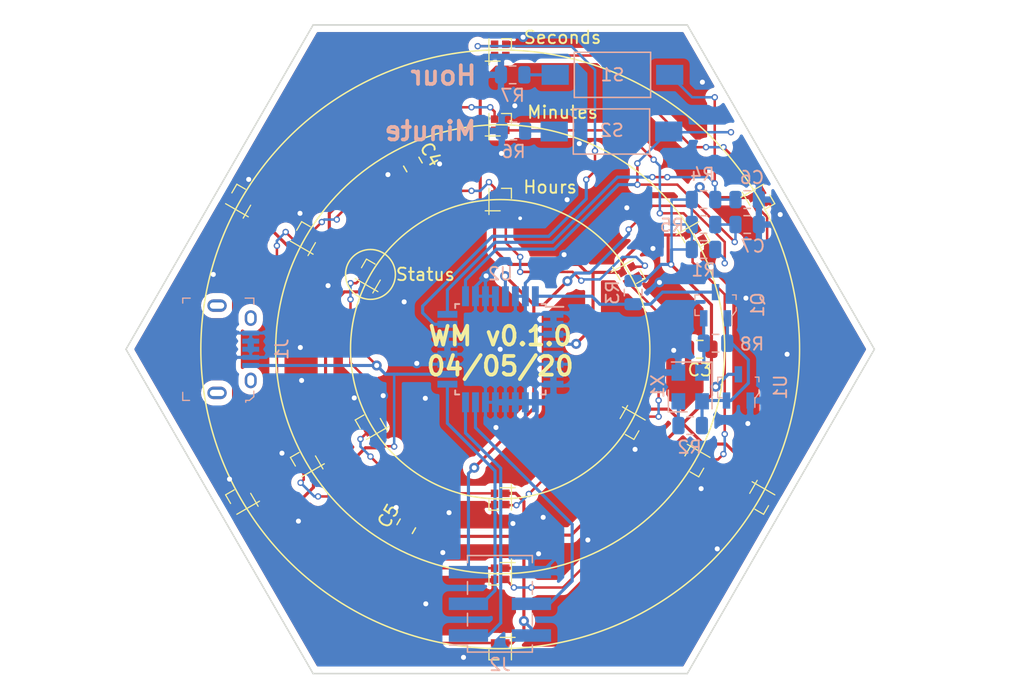
<source format=kicad_pcb>
(kicad_pcb (version 20171130) (host pcbnew "(5.1.2)-1")
  (layers (0 F.Cu signal) (31 B.Cu signal) (34 B.Paste user) (35 F.Paste user) (36 B.SilkS user) (37 F.SilkS user) (38 B.Mask user) (39 F.Mask user) (44 Edge.Cuts user))
  (net 0 "")
  (net 1 GND)
  (net 2 HH)
  (net 3 MM)
  (net 4 +5V)
  (net 5 DOUT)
  (net 6 "Net-(D1-Pad1)")
  (net 7 "Net-(D17-Pad1)")
  (net 8 "Net-(D2-Pad1)")
  (net 9 "Net-(D3-Pad1)")
  (net 10 "Net-(D16-Pad1)")
  (net 11 "Net-(D4-Pad1)")
  (net 12 "Net-(D5-Pad1)")
  (net 13 "Net-(D6-Pad1)")
  (net 14 "Net-(D10-Pad3)")
  (net 15 "Net-(D10-Pad1)")
  (net 16 "Net-(D11-Pad1)")
  (net 17 "Net-(D12-Pad1)")
  (net 18 "Net-(D13-Pad1)")
  (net 19 "Net-(D14-Pad1)")
  (net 20 "Net-(D15-Pad1)")
  (net 21 "Net-(D7-Pad1)")
  (net 22 "Net-(D8-Pad1)")
  (net 23 "Net-(R7-Pad2)")
  (net 24 "Net-(R6-Pad2)")
  (net 25 SINT)
  (net 26 RST)
  (net 27 MOSI)
  (net 28 SCK)
  (net 29 MISO)
  (net 30 +3.3V)
  (net 31 USIT)
  (net 32 "Net-(R2-Pad2)")
  (module Oscillator:ECS-327MVATX-3 (layer B.Cu) (at 205.232 68.0212 90)
    (fp_text reference X1 (at 0.05 -2.6 90) (layer B.SilkS) (effects (justify mirror)))
    (fp_text value ECS-327TXO)
    (pad 2 smd rect (at 1.15 -0.95 90) (size 1.3 1.1) (layers B.Cu B.Paste B.Mask) (net 1 GND))
    (pad 1 smd rect (at -1.15 -0.95 90) (size 1.3 1.1) (layers B.Cu B.Paste B.Mask) (net 32 "Net-(R2-Pad2)"))
    (pad 3 smd rect (at 1.15 0.95 90) (size 1.3 1.1) (layers B.Cu B.Paste B.Mask) (net 31 USIT))
    (pad 4 smd rect (at -1.15 0.95 90) (size 1.3 1.1) (layers B.Cu B.Paste B.Mask) (net 30 +3.3V))
  )
  (module Package_QFP:TQFP-32_7x7mm_P0.8mm (layer B.Cu) (at 190.0174 64.9986 180)
    (fp_text reference U2 (at 0 6.05) (layer B.SilkS) (effects (justify mirror)))
    (fp_text value ATtiny88-MU)
    (pad 32 smd rect (at -2.8 4.25 90) (size 1.6 0.55) (layers B.Cu B.Paste B.Mask) (net 25 SINT))
    (pad 31 smd rect (at -2 4.25 90) (size 1.6 0.55) (layers B.Cu B.Paste B.Mask) (net 1 GND))
    (pad 30 smd rect (at -1.2 4.25 90) (size 1.6 0.55) (layers B.Cu B.Paste B.Mask) (net 1 GND))
    (pad 29 smd rect (at -0.4 4.25 90) (size 1.6 0.55) (layers B.Cu B.Paste B.Mask) (net 26 RST))
    (pad 28 smd rect (at 0.4 4.25 90) (size 1.6 0.55) (layers B.Cu B.Paste B.Mask) (net 1 GND))
    (pad 27 smd rect (at 1.2 4.25 90) (size 1.6 0.55) (layers B.Cu B.Paste B.Mask) (net 1 GND))
    (pad 26 smd rect (at 2 4.25 90) (size 1.6 0.55) (layers B.Cu B.Paste B.Mask) (net 1 GND))
    (pad 25 smd rect (at 2.8 4.25 90) (size 1.6 0.55) (layers B.Cu B.Paste B.Mask) (net 3 MM))
    (pad 24 smd rect (at 4.25 2.8 180) (size 1.6 0.55) (layers B.Cu B.Paste B.Mask) (net 2 HH))
    (pad 23 smd rect (at 4.25 2 180) (size 1.6 0.55) (layers B.Cu B.Paste B.Mask) (net 5 DOUT))
    (pad 22 smd rect (at 4.25 1.2 180) (size 1.6 0.55) (layers B.Cu B.Paste B.Mask) (net 1 GND))
    (pad 21 smd rect (at 4.25 0.4 180) (size 1.6 0.55) (layers B.Cu B.Paste B.Mask) (net 1 GND))
    (pad 20 smd rect (at 4.25 -0.4 180) (size 1.6 0.55) (layers B.Cu B.Paste B.Mask) (net 1 GND))
    (pad 19 smd rect (at 4.25 -1.2 180) (size 1.6 0.55) (layers B.Cu B.Paste B.Mask) (net 1 GND))
    (pad 18 smd rect (at 4.25 -2 180) (size 1.6 0.55) (layers B.Cu B.Paste B.Mask) (net 4 +5V))
    (pad 17 smd rect (at 4.25 -2.8 180) (size 1.6 0.55) (layers B.Cu B.Paste B.Mask) (net 28 SCK))
    (pad 16 smd rect (at 2.8 -4.25 90) (size 1.6 0.55) (layers B.Cu B.Paste B.Mask) (net 29 MISO))
    (pad 15 smd rect (at 2 -4.25 90) (size 1.6 0.55) (layers B.Cu B.Paste B.Mask) (net 27 MOSI))
    (pad 14 smd rect (at 1.2 -4.25 90) (size 1.6 0.55) (layers B.Cu B.Paste B.Mask) (net 1 GND))
    (pad 13 smd rect (at 0.4 -4.25 90) (size 1.6 0.55) (layers B.Cu B.Paste B.Mask) (net 1 GND))
    (pad 12 smd rect (at -0.4 -4.25 90) (size 1.6 0.55) (layers B.Cu B.Paste B.Mask) (net 1 GND))
    (pad 11 smd rect (at -1.2 -4.25 90) (size 1.6 0.55) (layers B.Cu B.Paste B.Mask) (net 1 GND))
    (pad 10 smd rect (at -2 -4.25 90) (size 1.6 0.55) (layers B.Cu B.Paste B.Mask) (net 1 GND))
    (pad 9 smd rect (at -2.8 -4.25 90) (size 1.6 0.55) (layers B.Cu B.Paste B.Mask) (net 1 GND))
    (pad 8 smd rect (at -4.25 -2.8 180) (size 1.6 0.55) (layers B.Cu B.Paste B.Mask) (net 1 GND))
    (pad 7 smd rect (at -4.25 -2 180) (size 1.6 0.55) (layers B.Cu B.Paste B.Mask) (net 1 GND))
    (pad 6 smd rect (at -4.25 -1.2 180) (size 1.6 0.55) (layers B.Cu B.Paste B.Mask) (net 1 GND))
    (pad 5 smd rect (at -4.25 -0.4 180) (size 1.6 0.55) (layers B.Cu B.Paste B.Mask) (net 1 GND))
    (pad 4 smd rect (at -4.25 0.4 180) (size 1.6 0.55) (layers B.Cu B.Paste B.Mask) (net 4 +5V))
    (pad 3 smd rect (at -4.25 1.2 180) (size 1.6 0.55) (layers B.Cu B.Paste B.Mask) (net 1 GND))
    (pad 2 smd rect (at -4.25 2 180) (size 1.6 0.55) (layers B.Cu B.Paste B.Mask) (net 1 GND))
    (pad 1 smd rect (at -4.25 2.8 180) (size 1.6 0.55) (layers B.Cu B.Paste B.Mask) (net 1 GND))
  )
  (module digikey-footprints:SOT-23-3 (layer B.Cu) (at 209.0928 68.0593 90)
    (fp_text reference U1 (at 0.025 3.375 90) (layer B.SilkS) (effects (justify mirror)))
    (fp_text value MCP1700T-3302E_TT)
    (pad 1 smd rect (at -1.05 0.95 90) (size 1.3 0.6) (layers B.Cu B.Paste B.Mask) (net 1 GND))
    (pad 2 smd rect (at -1.05 -0.95 90) (size 1.3 0.6) (layers B.Cu B.Paste B.Mask) (net 30 +3.3V))
    (pad 3 smd rect (at 1.05 0 90) (size 1.3 0.6) (layers B.Cu B.Paste B.Mask) (net 4 +5V))
  )
  (module Resistor_SMD:R_0805_2012Metric (layer B.Cu) (at 207.264 64.516 180)
    (fp_text reference R8 (at -2.921 -0.0635) (layer B.SilkS) (effects (justify mirror)))
    (fp_text value 10kR)
    (pad 2 smd roundrect (at 0.9375 0 180) (size 0.975 1.4) (layers B.Cu B.Paste B.Mask) (net 31 USIT))
    (pad 1 smd roundrect (at -0.9375 0 180) (size 0.975 1.4) (layers B.Cu B.Paste B.Mask) (net 30 +3.3V))
  )
  (module Resistor_SMD:R_0805_2012Metric (layer B.Cu) (at 200.66 60.452 270)
    (fp_text reference R3 (at 0 1.65 90) (layer B.SilkS) (effects (justify mirror)))
    (fp_text value 10kR)
    (pad 2 smd roundrect (at 0.9375 0 270) (size 0.975 1.4) (layers B.Cu B.Paste B.Mask) (net 25 SINT))
    (pad 1 smd roundrect (at -0.9375 0 270) (size 0.975 1.4) (layers B.Cu B.Paste B.Mask) (net 4 +5V))
  )
  (module Resistor_SMD:R_0805_2012Metric (layer B.Cu) (at 205.232 71.12 180)
    (fp_text reference R2 (at 0.0508 -1.7272) (layer B.SilkS) (effects (justify mirror)))
    (fp_text value 10kR)
    (pad 2 smd roundrect (at 0.9375 0 180) (size 0.975 1.4) (layers B.Cu B.Paste B.Mask) (net 32 "Net-(R2-Pad2)"))
    (pad 1 smd roundrect (at -0.9375 0 180) (size 0.975 1.4) (layers B.Cu B.Paste B.Mask) (net 30 +3.3V))
  )
  (module digikey-footprints:SOT-23-3 (layer B.Cu) (at 207.264 61.468 90)
    (fp_text reference Q1 (at 0.025 3.375 90) (layer B.SilkS) (effects (justify mirror)))
    (fp_text value BSS138-7-F)
    (pad 1 smd rect (at -1.05 0.95 90) (size 1.3 0.6) (layers B.Cu B.Paste B.Mask) (net 30 +3.3V))
    (pad 2 smd rect (at -1.05 -0.95 90) (size 1.3 0.6) (layers B.Cu B.Paste B.Mask) (net 31 USIT))
    (pad 3 smd rect (at 1.05 0 90) (size 1.3 0.6) (layers B.Cu B.Paste B.Mask) (net 25 SINT))
  )
  (module Connector_PinHeader_2.54mm:PinHeader_2x03_P2.54mm_Vertical_SMD (layer B.Cu) (at 189.9793 85.4075)
    (fp_text reference J2 (at 0 4.87) (layer B.SilkS) (effects (justify mirror)))
    (fp_text value AVR-ISP-6)
    (pad 6 smd rect (at 2.525 -2.54) (size 3.15 1) (layers B.Cu B.Paste B.Mask) (net 1 GND))
    (pad 5 smd rect (at -2.525 -2.54) (size 3.15 1) (layers B.Cu B.Paste B.Mask) (net 26 RST))
    (pad 4 smd rect (at 2.525 0) (size 3.15 1) (layers B.Cu B.Paste B.Mask) (net 27 MOSI))
    (pad 3 smd rect (at -2.525 0) (size 3.15 1) (layers B.Cu B.Paste B.Mask) (net 28 SCK))
    (pad 2 smd rect (at 2.525 2.54) (size 3.15 1) (layers B.Cu B.Paste B.Mask) (net 4 +5V))
    (pad 1 smd rect (at -2.525 2.54) (size 3.15 1) (layers B.Cu B.Paste B.Mask) (net 29 MISO))
  )
  (module digikey-footprints:USB_Micro_B_Female_10118194-0001LF (layer B.Cu) (at 170 65 90)
    (fp_text reference J1 (at 0 2.5 -90) (layer B.SilkS) (effects (justify mirror)))
    (fp_text value USB_B_Micro)
    (pad SH thru_hole oval (at 3.5 -2.7 90) (size 1 1.55) (drill oval 0.5 1.15) (layers *.Cu *.Mask))
    (pad SH thru_hole oval (at -3.5 -2.7 90) (size 1 1.55) (drill oval 0.5 1.15) (layers *.Cu *.Mask))
    (pad SH thru_hole oval (at -2.5 0 90) (size 1.25 0.95) (drill oval 0.85 0.55) (layers *.Cu *.Mask))
    (pad SH thru_hole oval (at 2.5 0 90) (size 1.25 0.95) (drill oval 0.85 0.55) (layers *.Cu *.Mask))
    (pad 1 smd rect (at -1.3 0 90) (size 0.4 1.35) (layers B.Cu B.Paste B.Mask) (net 4 +5V))
    (pad 2 smd rect (at -0.65 0 90) (size 0.4 1.35) (layers B.Cu B.Paste B.Mask) (net 1 GND))
    (pad 5 smd rect (at 1.3 0 90) (size 0.4 1.35) (layers B.Cu B.Paste B.Mask) (net 1 GND))
    (pad 4 smd rect (at 0.65 0 90) (size 0.4 1.35) (layers B.Cu B.Paste B.Mask) (net 1 GND))
    (pad 3 smd rect (at 0 0 90) (size 0.4 1.35) (layers B.Cu B.Paste B.Mask) (net 1 GND))
  )
  (module LED_SMD:LED_SK6805_PLCC4_1.5x1.5mm_P0.65mm (layer F.Cu) (at 174.411542 56 150)
    (fp_text reference D12 hide)
    (fp_text value SK6805_1515)
    (pad 2 smd rect (at 0.45 0.45 330) (size 0.6 0.6) (layers F.Cu F.Paste F.Mask) (net 1 GND))
    (pad 3 smd rect (at 0.45 -0.45 330) (size 0.6 0.6) (layers F.Cu F.Paste F.Mask) (net 16 "Net-(D11-Pad1)"))
    (pad 1 smd rect (at -0.45 0.45 330) (size 0.6 0.6) (layers F.Cu F.Paste F.Mask) (net 17 "Net-(D12-Pad1)"))
    (pad 4 smd rect (at -0.45 -0.45 330) (size 0.6 0.6) (layers F.Cu F.Paste F.Mask) (net 4 +5V))
  )
  (module LED_SMD:LED_SK6805_PLCC4_1.5x1.5mm_P0.65mm (layer F.Cu) (at 169.21539 53 150)
    (fp_text reference D6 hide)
    (fp_text value SK6805_1515)
    (pad 2 smd rect (at 0.45 0.45 330) (size 0.6 0.6) (layers F.Cu F.Paste F.Mask) (net 1 GND))
    (pad 3 smd rect (at 0.45 -0.45 330) (size 0.6 0.6) (layers F.Cu F.Paste F.Mask) (net 12 "Net-(D5-Pad1)"))
    (pad 1 smd rect (at -0.45 0.45 330) (size 0.6 0.6) (layers F.Cu F.Paste F.Mask) (net 13 "Net-(D6-Pad1)"))
    (pad 4 smd rect (at -0.45 -0.45 330) (size 0.6 0.6) (layers F.Cu F.Paste F.Mask) (net 4 +5V))
  )
  (module LED_SMD:LED_SK6805_PLCC4_1.5x1.5mm_P0.65mm (layer F.Cu) (at 179.607695 71 210)
    (fp_text reference D17 hide)
    (fp_text value SK6805_1515)
    (pad 2 smd rect (at 0.45 0.45 30) (size 0.6 0.6) (layers F.Cu F.Paste F.Mask) (net 1 GND))
    (pad 3 smd rect (at 0.45 -0.45 30) (size 0.6 0.6) (layers F.Cu F.Paste F.Mask) (net 10 "Net-(D16-Pad1)"))
    (pad 1 smd rect (at -0.45 0.45 30) (size 0.6 0.6) (layers F.Cu F.Paste F.Mask) (net 7 "Net-(D17-Pad1)"))
    (pad 4 smd rect (at -0.45 -0.45 30) (size 0.6 0.6) (layers F.Cu F.Paste F.Mask) (net 4 +5V))
  )
  (module LED_SMD:LED_SK6805_PLCC4_1.5x1.5mm_P0.65mm (layer F.Cu) (at 174.411542 74 210)
    (fp_text reference D11 hide)
    (fp_text value SK6805_1515)
    (pad 2 smd rect (at 0.45 0.45 30) (size 0.6 0.6) (layers F.Cu F.Paste F.Mask) (net 1 GND))
    (pad 3 smd rect (at 0.45 -0.45 30) (size 0.6 0.6) (layers F.Cu F.Paste F.Mask) (net 15 "Net-(D10-Pad1)"))
    (pad 1 smd rect (at -0.45 0.45 30) (size 0.6 0.6) (layers F.Cu F.Paste F.Mask) (net 16 "Net-(D11-Pad1)"))
    (pad 4 smd rect (at -0.45 -0.45 30) (size 0.6 0.6) (layers F.Cu F.Paste F.Mask) (net 4 +5V))
  )
  (module LED_SMD:LED_SK6805_PLCC4_1.5x1.5mm_P0.65mm (layer F.Cu) (at 169.21539 77 210)
    (fp_text reference D5 hide)
    (fp_text value SK6805_1515)
    (pad 2 smd rect (at 0.45 0.45 30) (size 0.6 0.6) (layers F.Cu F.Paste F.Mask) (net 1 GND))
    (pad 3 smd rect (at 0.45 -0.45 30) (size 0.6 0.6) (layers F.Cu F.Paste F.Mask) (net 11 "Net-(D4-Pad1)"))
    (pad 1 smd rect (at -0.45 0.45 30) (size 0.6 0.6) (layers F.Cu F.Paste F.Mask) (net 12 "Net-(D5-Pad1)"))
    (pad 4 smd rect (at -0.45 -0.45 30) (size 0.6 0.6) (layers F.Cu F.Paste F.Mask) (net 4 +5V))
  )
  (module LED_SMD:LED_SK6805_PLCC4_1.5x1.5mm_P0.65mm (layer F.Cu) (at 190 77 270)
    (fp_text reference D16 hide)
    (fp_text value SK6805_1515)
    (pad 2 smd rect (at 0.45 0.45 90) (size 0.6 0.6) (layers F.Cu F.Paste F.Mask) (net 1 GND))
    (pad 3 smd rect (at 0.45 -0.45 90) (size 0.6 0.6) (layers F.Cu F.Paste F.Mask) (net 20 "Net-(D15-Pad1)"))
    (pad 1 smd rect (at -0.45 0.45 90) (size 0.6 0.6) (layers F.Cu F.Paste F.Mask) (net 10 "Net-(D16-Pad1)"))
    (pad 4 smd rect (at -0.45 -0.45 90) (size 0.6 0.6) (layers F.Cu F.Paste F.Mask) (net 4 +5V))
  )
  (module LED_SMD:LED_SK6805_PLCC4_1.5x1.5mm_P0.65mm (layer F.Cu) (at 190 83 270)
    (fp_text reference D10 hide)
    (fp_text value SK6805_1515)
    (pad 2 smd rect (at 0.45 0.45 90) (size 0.6 0.6) (layers F.Cu F.Paste F.Mask) (net 1 GND))
    (pad 3 smd rect (at 0.45 -0.45 90) (size 0.6 0.6) (layers F.Cu F.Paste F.Mask) (net 14 "Net-(D10-Pad3)"))
    (pad 1 smd rect (at -0.45 0.45 90) (size 0.6 0.6) (layers F.Cu F.Paste F.Mask) (net 15 "Net-(D10-Pad1)"))
    (pad 4 smd rect (at -0.45 -0.45 90) (size 0.6 0.6) (layers F.Cu F.Paste F.Mask) (net 4 +5V))
  )
  (module LED_SMD:LED_SK6805_PLCC4_1.5x1.5mm_P0.65mm (layer F.Cu) (at 190 89 270)
    (fp_text reference D4 hide)
    (fp_text value SK6805_1515)
    (pad 2 smd rect (at 0.45 0.45 90) (size 0.6 0.6) (layers F.Cu F.Paste F.Mask) (net 1 GND))
    (pad 3 smd rect (at 0.45 -0.45 90) (size 0.6 0.6) (layers F.Cu F.Paste F.Mask) (net 9 "Net-(D3-Pad1)"))
    (pad 1 smd rect (at -0.45 0.45 90) (size 0.6 0.6) (layers F.Cu F.Paste F.Mask) (net 11 "Net-(D4-Pad1)"))
    (pad 4 smd rect (at -0.45 -0.45 90) (size 0.6 0.6) (layers F.Cu F.Paste F.Mask) (net 4 +5V))
  )
  (module LED_SMD:LED_SK6805_PLCC4_1.5x1.5mm_P0.65mm (layer F.Cu) (at 200.392304 71 330)
    (fp_text reference D15 hide)
    (fp_text value SK6805_1515)
    (pad 2 smd rect (at 0.45 0.45 150) (size 0.6 0.6) (layers F.Cu F.Paste F.Mask) (net 1 GND))
    (pad 3 smd rect (at 0.45 -0.45 150) (size 0.6 0.6) (layers F.Cu F.Paste F.Mask) (net 19 "Net-(D14-Pad1)"))
    (pad 1 smd rect (at -0.45 0.45 150) (size 0.6 0.6) (layers F.Cu F.Paste F.Mask) (net 20 "Net-(D15-Pad1)"))
    (pad 4 smd rect (at -0.45 -0.45 150) (size 0.6 0.6) (layers F.Cu F.Paste F.Mask) (net 4 +5V))
  )
  (module LED_SMD:LED_SK6805_PLCC4_1.5x1.5mm_P0.65mm (layer F.Cu) (at 205.588457 74 330)
    (fp_text reference D9 hide)
    (fp_text value SK6805_1515)
    (pad 2 smd rect (at 0.45 0.45 150) (size 0.6 0.6) (layers F.Cu F.Paste F.Mask) (net 1 GND))
    (pad 3 smd rect (at 0.45 -0.45 150) (size 0.6 0.6) (layers F.Cu F.Paste F.Mask) (net 22 "Net-(D8-Pad1)"))
    (pad 1 smd rect (at -0.45 0.45 150) (size 0.6 0.6) (layers F.Cu F.Paste F.Mask) (net 14 "Net-(D10-Pad3)"))
    (pad 4 smd rect (at -0.45 -0.45 150) (size 0.6 0.6) (layers F.Cu F.Paste F.Mask) (net 4 +5V))
  )
  (module LED_SMD:LED_SK6805_PLCC4_1.5x1.5mm_P0.65mm (layer F.Cu) (at 210.784609 77 330)
    (fp_text reference D3 hide)
    (fp_text value SK6805_1515)
    (pad 2 smd rect (at 0.45 0.45 150) (size 0.6 0.6) (layers F.Cu F.Paste F.Mask) (net 1 GND))
    (pad 3 smd rect (at 0.45 -0.45 150) (size 0.6 0.6) (layers F.Cu F.Paste F.Mask) (net 8 "Net-(D2-Pad1)"))
    (pad 1 smd rect (at -0.45 0.45 150) (size 0.6 0.6) (layers F.Cu F.Paste F.Mask) (net 9 "Net-(D3-Pad1)"))
    (pad 4 smd rect (at -0.45 -0.45 150) (size 0.6 0.6) (layers F.Cu F.Paste F.Mask) (net 4 +5V))
  )
  (module LED_SMD:LED_SK6805_PLCC4_1.5x1.5mm_P0.65mm (layer F.Cu) (at 200.392304 58.999999 30)
    (fp_text reference D14 hide)
    (fp_text value SK6805_1515)
    (pad 2 smd rect (at 0.45 0.45 210) (size 0.6 0.6) (layers F.Cu F.Paste F.Mask) (net 1 GND))
    (pad 3 smd rect (at 0.45 -0.45 210) (size 0.6 0.6) (layers F.Cu F.Paste F.Mask) (net 18 "Net-(D13-Pad1)"))
    (pad 1 smd rect (at -0.45 0.45 210) (size 0.6 0.6) (layers F.Cu F.Paste F.Mask) (net 19 "Net-(D14-Pad1)"))
    (pad 4 smd rect (at -0.45 -0.45 210) (size 0.6 0.6) (layers F.Cu F.Paste F.Mask) (net 4 +5V))
  )
  (module LED_SMD:LED_SK6805_PLCC4_1.5x1.5mm_P0.65mm (layer F.Cu) (at 205.588457 55.999999 30)
    (fp_text reference D8 hide)
    (fp_text value SK6805_1515)
    (pad 2 smd rect (at 0.45 0.45 210) (size 0.6 0.6) (layers F.Cu F.Paste F.Mask) (net 1 GND))
    (pad 3 smd rect (at 0.45 -0.45 210) (size 0.6 0.6) (layers F.Cu F.Paste F.Mask) (net 21 "Net-(D7-Pad1)"))
    (pad 1 smd rect (at -0.45 0.45 210) (size 0.6 0.6) (layers F.Cu F.Paste F.Mask) (net 22 "Net-(D8-Pad1)"))
    (pad 4 smd rect (at -0.45 -0.45 210) (size 0.6 0.6) (layers F.Cu F.Paste F.Mask) (net 4 +5V))
  )
  (module LED_SMD:LED_SK6805_PLCC4_1.5x1.5mm_P0.65mm (layer F.Cu) (at 210.784609 52.999999 30)
    (fp_text reference D2 hide)
    (fp_text value SK6805_1515)
    (pad 2 smd rect (at 0.45 0.45 210) (size 0.6 0.6) (layers F.Cu F.Paste F.Mask) (net 1 GND))
    (pad 3 smd rect (at 0.45 -0.45 210) (size 0.6 0.6) (layers F.Cu F.Paste F.Mask) (net 6 "Net-(D1-Pad1)"))
    (pad 1 smd rect (at -0.45 0.45 210) (size 0.6 0.6) (layers F.Cu F.Paste F.Mask) (net 8 "Net-(D2-Pad1)"))
    (pad 4 smd rect (at -0.45 -0.45 210) (size 0.6 0.6) (layers F.Cu F.Paste F.Mask) (net 4 +5V))
  )
  (module LED_SMD:LED_SK6805_PLCC4_1.5x1.5mm_P0.65mm (layer F.Cu) (at 179.607695 59 150)
    (fp_text reference D18 hide)
    (fp_text value SK6805_1515)
    (pad 2 smd rect (at 0.45 0.45 330) (size 0.6 0.6) (layers F.Cu F.Paste F.Mask) (net 1 GND))
    (pad 3 smd rect (at 0.45 -0.45 330) (size 0.6 0.6) (layers F.Cu F.Paste F.Mask) (net 7 "Net-(D17-Pad1)"))
    (pad 1 smd rect (at -0.45 0.45 330) (size 0.6 0.6) (layers F.Cu F.Paste F.Mask))
    (pad 4 smd rect (at -0.45 -0.45 330) (size 0.6 0.6) (layers F.Cu F.Paste F.Mask) (net 4 +5V))
  )
  (module LED_SMD:LED_SK6805_PLCC4_1.5x1.5mm_P0.65mm (layer F.Cu) (at 190 53 90)
    (fp_text reference D13 hide)
    (fp_text value SK6805_1515)
    (pad 2 smd rect (at 0.45 0.45 270) (size 0.6 0.6) (layers F.Cu F.Paste F.Mask) (net 1 GND))
    (pad 3 smd rect (at 0.45 -0.45 270) (size 0.6 0.6) (layers F.Cu F.Paste F.Mask) (net 17 "Net-(D12-Pad1)"))
    (pad 1 smd rect (at -0.45 0.45 270) (size 0.6 0.6) (layers F.Cu F.Paste F.Mask) (net 18 "Net-(D13-Pad1)"))
    (pad 4 smd rect (at -0.45 -0.45 270) (size 0.6 0.6) (layers F.Cu F.Paste F.Mask) (net 4 +5V))
  )
  (module LED_SMD:LED_SK6805_PLCC4_1.5x1.5mm_P0.65mm (layer F.Cu) (at 190 47 90)
    (fp_text reference D7 hide)
    (fp_text value SK6805_1515)
    (pad 2 smd rect (at 0.45 0.45 270) (size 0.6 0.6) (layers F.Cu F.Paste F.Mask) (net 1 GND))
    (pad 3 smd rect (at 0.45 -0.45 270) (size 0.6 0.6) (layers F.Cu F.Paste F.Mask) (net 13 "Net-(D6-Pad1)"))
    (pad 1 smd rect (at -0.45 0.45 270) (size 0.6 0.6) (layers F.Cu F.Paste F.Mask) (net 21 "Net-(D7-Pad1)"))
    (pad 4 smd rect (at -0.45 -0.45 270) (size 0.6 0.6) (layers F.Cu F.Paste F.Mask) (net 4 +5V))
  )
  (module LED_SMD:LED_SK6805_PLCC4_1.5x1.5mm_P0.65mm (layer F.Cu) (at 190 41 90)
    (fp_text reference D1 hide)
    (fp_text value SK6805_1515)
    (pad 2 smd rect (at 0.45 0.45 270) (size 0.6 0.6) (layers F.Cu F.Paste F.Mask) (net 1 GND))
    (pad 3 smd rect (at 0.45 -0.45 270) (size 0.6 0.6) (layers F.Cu F.Paste F.Mask) (net 5 DOUT))
    (pad 1 smd rect (at -0.45 0.45 270) (size 0.6 0.6) (layers F.Cu F.Paste F.Mask) (net 6 "Net-(D1-Pad1)"))
    (pad 4 smd rect (at -0.45 -0.45 270) (size 0.6 0.6) (layers F.Cu F.Paste F.Mask) (net 4 +5V))
  )
  (module Button_Switch_SMD:SW_SPST_FSMSM (layer B.Cu) (at 198.92 47.541924 180)
    (fp_text reference S2 (at -0.03 0.091924) (layer B.SilkS) (effects (justify mirror)))
    (fp_text value GPTS203211B)
    (pad 2 smd rect (at 4.59 0 180) (size 2.18 1.6) (layers B.Cu B.Paste B.Mask) (net 24 "Net-(R6-Pad2)"))
    (pad 1 smd rect (at -4.59 0 180) (size 2.18 1.6) (layers B.Cu B.Paste B.Mask) (net 3 MM))
  )
  (module Button_Switch_SMD:SW_SPST_FSMSM (layer B.Cu) (at 199 43 180)
    (fp_text reference S1 (at 0 0) (layer B.SilkS) (effects (justify mirror)))
    (fp_text value GPTS203211B)
    (pad 2 smd rect (at 4.59 0 180) (size 2.18 1.6) (layers B.Cu B.Paste B.Mask) (net 23 "Net-(R7-Pad2)"))
    (pad 1 smd rect (at -4.59 0 180) (size 2.18 1.6) (layers B.Cu B.Paste B.Mask) (net 2 HH))
  )
  (module Resistor_SMD:R_0805_2012Metric (layer B.Cu) (at 206.3 55)
    (fp_text reference R5 (at -2.5285 0.0672) (layer B.SilkS) (effects (justify mirror)))
    (fp_text value 10kR)
    (pad 2 smd roundrect (at 0.9375 0) (size 0.975 1.4) (layers B.Cu B.Paste B.Mask) (net 3 MM))
    (pad 1 smd roundrect (at -0.9375 0) (size 0.975 1.4) (layers B.Cu B.Paste B.Mask) (net 4 +5V))
  )
  (module Resistor_SMD:R_0805_2012Metric (layer B.Cu) (at 206.3 53)
    (fp_text reference R4 (at -0.0901 -2.0222) (layer B.SilkS) (effects (justify mirror)))
    (fp_text value 10kR)
    (pad 2 smd roundrect (at 0.9375 0) (size 0.975 1.4) (layers B.Cu B.Paste B.Mask) (net 2 HH))
    (pad 1 smd roundrect (at -0.9375 0) (size 0.975 1.4) (layers B.Cu B.Paste B.Mask) (net 4 +5V))
  )
  (module Resistor_SMD:R_0805_2012Metric (layer B.Cu) (at 206.3 57)
    (fp_text reference R1 (at 0 1.65) (layer B.SilkS) (effects (justify mirror)))
    (fp_text value 20kR)
    (pad 2 smd roundrect (at 0.9375 0) (size 0.975 1.4) (layers B.Cu B.Paste B.Mask) (net 26 RST))
    (pad 1 smd roundrect (at -0.9375 0) (size 0.975 1.4) (layers B.Cu B.Paste B.Mask) (net 4 +5V))
  )
  (module Resistor_SMD:R_0805_2012Metric (layer B.Cu) (at 191 43)
    (fp_text reference R7 (at 0 1.65) (layer B.SilkS) (effects (justify mirror)))
    (fp_text value 1kR)
    (pad 2 smd roundrect (at 0.9375 0) (size 0.975 1.4) (layers B.Cu B.Paste B.Mask) (net 23 "Net-(R7-Pad2)"))
    (pad 1 smd roundrect (at -0.9375 0) (size 0.975 1.4) (layers B.Cu B.Paste B.Mask) (net 1 GND))
  )
  (module Resistor_SMD:R_0805_2012Metric (layer B.Cu) (at 191.0625 47.5)
    (fp_text reference R6 (at 0 1.65) (layer B.SilkS) (effects (justify mirror)))
    (fp_text value 1kR)
    (pad 2 smd roundrect (at 0.9375 0) (size 0.975 1.4) (layers B.Cu B.Paste B.Mask) (net 24 "Net-(R6-Pad2)"))
    (pad 1 smd roundrect (at -0.9375 0) (size 0.975 1.4) (layers B.Cu B.Paste B.Mask) (net 1 GND))
  )
  (module Capacitor_SMD:C_0805_2012Metric (layer F.Cu) (at 182.46875 79.188101 60)
    (fp_text reference C5 (at 0 -1.65 60) (layer F.SilkS))
    (fp_text value 0.1uF)
    (pad 2 smd roundrect (at 0.9375 0 60) (size 0.975 1.4) (layers F.Cu F.Paste F.Mask) (net 1 GND))
    (pad 1 smd roundrect (at -0.9375 0 60) (size 0.975 1.4) (layers F.Cu F.Paste F.Mask) (net 4 +5V))
  )
  (module Capacitor_SMD:C_0805_2012Metric (layer F.Cu) (at 183 50.188101 300)
    (fp_text reference C4 (at 0 -1.65 120) (layer F.SilkS))
    (fp_text value 0.1uF)
    (pad 2 smd roundrect (at 0.9375 0 300) (size 0.975 1.4) (layers F.Cu F.Paste F.Mask) (net 1 GND))
    (pad 1 smd roundrect (at -0.9375 0 300) (size 0.975 1.4) (layers F.Cu F.Paste F.Mask) (net 4 +5V))
  )
  (module Capacitor_SMD:C_0805_2012Metric (layer F.Cu) (at 206 65 180)
    (fp_text reference C3 (at 0 -1.65) (layer F.SilkS))
    (fp_text value 0.1uF)
    (pad 2 smd roundrect (at 0.9375 0 180) (size 0.975 1.4) (layers F.Cu F.Paste F.Mask) (net 1 GND))
    (pad 1 smd roundrect (at -0.9375 0 180) (size 0.975 1.4) (layers F.Cu F.Paste F.Mask) (net 4 +5V))
  )
  (module Capacitor_SMD:C_0805_2012Metric (layer B.Cu) (at 209.8 55)
    (fp_text reference C7 (at 0.4612 1.7309) (layer B.SilkS) (effects (justify mirror)))
    (fp_text value 0.1uF)
    (pad 2 smd roundrect (at 0.9375 0) (size 0.975 1.4) (layers B.Cu B.Paste B.Mask) (net 1 GND))
    (pad 1 smd roundrect (at -0.9375 0) (size 0.975 1.4) (layers B.Cu B.Paste B.Mask) (net 3 MM))
  )
  (module Capacitor_SMD:C_0805_2012Metric (layer B.Cu) (at 209.8 53)
    (fp_text reference C6 (at 0.385 -1.7682) (layer B.SilkS) (effects (justify mirror)))
    (fp_text value 0.1uF)
    (pad 2 smd roundrect (at 0.9375 0) (size 0.975 1.4) (layers B.Cu B.Paste B.Mask) (net 1 GND))
    (pad 1 smd roundrect (at -0.9375 0) (size 0.975 1.4) (layers B.Cu B.Paste B.Mask) (net 2 HH))
  )
  (gr_text Status (at 184 59) (layer F.SilkS) (effects (font (size 1 1))))
  (gr_text Hours (at 194 52) (layer F.SilkS) (effects (font (size 1 1))))
  (gr_text Minutes (at 195 46) (layer F.SilkS) (effects (font (size 1 1))))
  (gr_text Seconds (at 195 40) (layer F.SilkS) (effects (font (size 1 1))))
  (gr_circle (center 190 65) (end 214 65) (layer F.SilkS) (width 0.12))
  (gr_circle (center 190 65) (end 208 65) (layer F.SilkS) (width 0.12))
  (gr_circle (center 190 65) (end 202 65) (layer F.SilkS) (width 0.12))
  (gr_circle (center 179.6 59) (end 181.6 59) (layer F.SilkS) (width 0.12))
  (gr_text "WM v0.1.0\n04/05/20" (at 190 65.15) (layer F.SilkS) (effects (font (size 1.5 1.5) (thickness 0.3))))
  (gr_text Minute (at 184.4 47.5) (layer B.SilkS) (effects (font (size 1.5 1.5) (thickness 0.3)) (justify mirror)))
  (gr_text Hour (at 185.45 43.05) (layer B.SilkS) (effects (font (size 1.5 1.5) (thickness 0.3)) (justify mirror)))
  (gr_line (start 175 91) (end 160 65) (layer Edge.Cuts) (width 0.12))
  (gr_line (start 205 91) (end 175 91) (layer Edge.Cuts) (width 0.12))
  (gr_line (start 220 65) (end 205 91) (layer Edge.Cuts) (width 0.12))
  (gr_line (start 205 39) (end 220 65) (layer Edge.Cuts) (width 0.12))
  (gr_line (start 175 39) (end 205 39) (layer Edge.Cuts) (width 0.12))
  (gr_line (start 160 65) (end 175 39) (layer Edge.Cuts) (width 0.12))
  (segment (start 170 65.65) (end 170 65) (width 0.25) (layer B.Cu) (net 1))
  (segment (start 170 63.7) (end 170 64.35) (width 0.25) (layer B.Cu) (net 1))
  (segment (start 170 63.7) (end 171.4 63.7) (width 0.25) (layer B.Cu) (net 1))
  (segment (start 170 63.7) (end 168.6 63.7) (width 0.25) (layer B.Cu) (net 1))
  (segment (start 170 65.65) (end 171.25 65.65) (width 0.25) (layer B.Cu) (net 1))
  (segment (start 170 65.65) (end 168.45 65.65) (width 0.25) (layer B.Cu) (net 1))
  (segment (start 190.1 47.525) (end 190.125 47.5) (width 0.2) (layer B.Cu) (net 1))
  (segment (start 190.1 49.3) (end 190.1 49.3) (width 0.2) (layer B.Cu) (net 1))
  (via (at 191.6 54.5) (size 0.51) (drill 0.3) (layers F.Cu B.Cu) (net 1))
  (via (at 182.3 61.2) (size 0.8) (drill 0.4) (layers F.Cu B.Cu) (net 1))
  (via (at 185.4 81.3) (size 0.8) (drill 0.4) (layers F.Cu B.Cu) (net 1))
  (via (at 213 65.4) (size 0.8) (drill 0.4) (layers F.Cu B.Cu) (net 1))
  (via (at 185.9 78.1) (size 0.8) (drill 0.4) (layers F.Cu B.Cu) (net 1))
  (via (at 178.3 68.9) (size 0.8) (drill 0.4) (layers F.Cu B.Cu) (net 1))
  (via (at 167 59) (size 0.8) (drill 0.4) (layers F.Cu B.Cu) (net 1))
  (via (at 185.1406 50.1396) (size 0.8) (drill 0.4) (layers F.Cu B.Cu) (net 1))
  (via (at 191.1731 45.4787) (size 0.8) (drill 0.4) (layers F.Cu B.Cu) (net 1))
  (via (at 191.8335 39.9796) (size 0.8) (drill 0.4) (layers F.Cu B.Cu) (net 1))
  (via (at 209.7 60.9) (size 0.8) (drill 0.4) (layers F.Cu B.Cu) (net 1))
  (via (at 190 65) (size 0.8) (drill 0.4) (layers F.Cu B.Cu) (net 1))
  (via (at 207.4 81) (size 0.8) (drill 0.4) (layers F.Cu B.Cu) (net 1))
  (via (at 181 51) (size 0.8) (drill 0.4) (layers F.Cu B.Cu) (net 1))
  (via (at 176.2 59.9) (size 0.8) (drill 0.4) (layers F.Cu B.Cu) (net 1))
  (segment (start 178.15 56.95) (end 178.15 57.95) (width 0.2) (layer F.Cu) (net 1))
  (segment (start 178.15 57.95) (end 176.2 59.9) (width 0.2) (layer F.Cu) (net 1))
  (segment (start 211.39932 53.16471) (end 211.41471 53.16471) (width 0.2) (layer F.Cu) (net 1))
  (segment (start 211.41471 53.16471) (end 212.45 54.2) (width 0.2) (layer F.Cu) (net 1))
  (segment (start 193.3325 82.8675) (end 195 81.2) (width 0.25) (layer B.Cu) (net 1))
  (segment (start 192.5043 82.8675) (end 193.3325 82.8675) (width 0.25) (layer B.Cu) (net 1))
  (segment (start 194.2674 63.7986) (end 194.2674 62.9986) (width 0.25) (layer B.Cu) (net 1))
  (segment (start 194.2674 62.1986) (end 194.2674 62.9986) (width 0.25) (layer B.Cu) (net 1))
  (segment (start 192.0174 60.7486) (end 191.2174 60.7486) (width 0.25) (layer B.Cu) (net 1))
  (segment (start 189.6174 60.7486) (end 188.8174 60.7486) (width 0.25) (layer B.Cu) (net 1))
  (segment (start 188.8174 60.7486) (end 188.0174 60.7486) (width 0.25) (layer B.Cu) (net 1))
  (segment (start 185.7674 63.7986) (end 185.7674 64.5986) (width 0.25) (layer B.Cu) (net 1))
  (segment (start 185.7674 64.5986) (end 185.7674 65.3986) (width 0.25) (layer B.Cu) (net 1))
  (segment (start 185.7674 65.3986) (end 185.7674 66.1986) (width 0.25) (layer B.Cu) (net 1))
  (segment (start 188.8174 69.2486) (end 189.6174 69.2486) (width 0.25) (layer B.Cu) (net 1))
  (segment (start 189.6174 69.2486) (end 190.4174 69.2486) (width 0.25) (layer B.Cu) (net 1))
  (segment (start 190.4174 69.2486) (end 191.2174 69.2486) (width 0.25) (layer B.Cu) (net 1))
  (segment (start 191.2174 69.2486) (end 192.0174 69.2486) (width 0.25) (layer B.Cu) (net 1))
  (segment (start 192.0174 69.2486) (end 192.8174 69.2486) (width 0.25) (layer B.Cu) (net 1))
  (segment (start 194.2674 67.7986) (end 194.2674 66.9986) (width 0.25) (layer B.Cu) (net 1))
  (segment (start 194.2674 66.9986) (end 194.2674 66.1986) (width 0.25) (layer B.Cu) (net 1))
  (segment (start 194.2674 66.1986) (end 194.2674 65.3986) (width 0.25) (layer B.Cu) (net 1))
  (via (at 184.0357 85.4075) (size 0.8) (drill 0.4) (layers F.Cu B.Cu) (net 1))
  (via (at 173.8249 78.7781) (size 0.8) (drill 0.4) (layers F.Cu B.Cu) (net 1))
  (segment (start 185.7674 63.7986) (end 187.6617 63.7986) (width 0.25) (layer B.Cu) (net 1))
  (segment (start 188.8174 60.7486) (end 188.8174 62.7188) (width 0.25) (layer B.Cu) (net 1))
  (segment (start 188.0174 60.7486) (end 188.0174 62.4012) (width 0.25) (layer B.Cu) (net 1))
  (segment (start 189.6174 60.7486) (end 189.6174 62.6046) (width 0.25) (layer B.Cu) (net 1))
  (segment (start 191.2174 60.7486) (end 191.2174 62.5283) (width 0.25) (layer B.Cu) (net 1))
  (segment (start 192.0174 60.7486) (end 192.0174 62.5282) (width 0.25) (layer B.Cu) (net 1))
  (segment (start 194.2674 62.1986) (end 192.5634 62.1986) (width 0.25) (layer B.Cu) (net 1))
  (segment (start 194.2674 62.9986) (end 192.691 62.9986) (width 0.25) (layer B.Cu) (net 1))
  (segment (start 194.2674 63.7986) (end 192.5893 63.7986) (width 0.25) (layer B.Cu) (net 1))
  (segment (start 194.2674 65.3986) (end 192.4748 65.3986) (width 0.25) (layer B.Cu) (net 1))
  (segment (start 194.2674 66.1986) (end 192.5512 66.1986) (width 0.25) (layer B.Cu) (net 1))
  (segment (start 194.2674 66.9986) (end 192.6143 66.9986) (width 0.25) (layer B.Cu) (net 1))
  (segment (start 192.8174 67.8494) (end 192.8682 67.7986) (width 0.25) (layer B.Cu) (net 1))
  (segment (start 192.8174 69.2486) (end 192.8174 67.8494) (width 0.25) (layer B.Cu) (net 1))
  (segment (start 194.2674 67.7986) (end 192.8682 67.7986) (width 0.25) (layer B.Cu) (net 1))
  (segment (start 192.8682 67.7986) (end 192.665 67.7986) (width 0.25) (layer B.Cu) (net 1))
  (segment (start 192.0174 69.2486) (end 192.0174 67.8749) (width 0.25) (layer B.Cu) (net 1))
  (segment (start 191.2174 69.2486) (end 191.2174 67.7988) (width 0.25) (layer B.Cu) (net 1))
  (segment (start 190.4174 69.2486) (end 190.4174 67.8243) (width 0.25) (layer B.Cu) (net 1))
  (segment (start 189.6174 69.2486) (end 189.6174 67.8752) (width 0.25) (layer B.Cu) (net 1))
  (segment (start 188.8174 69.2486) (end 188.8174 67.9131) (width 0.25) (layer B.Cu) (net 1))
  (segment (start 185.7674 66.1986) (end 187.4963 66.1986) (width 0.25) (layer B.Cu) (net 1))
  (segment (start 185.7674 65.3986) (end 187.2043 65.3986) (width 0.25) (layer B.Cu) (net 1))
  (segment (start 185.7674 64.5986) (end 187.1282 64.5986) (width 0.25) (layer B.Cu) (net 1))
  (segment (start 194.2674 62.9986) (end 195.8406 62.9986) (width 0.25) (layer B.Cu) (net 1))
  (segment (start 194.2674 63.7986) (end 195.4465 63.7986) (width 0.25) (layer B.Cu) (net 1))
  (segment (start 195.4465 63.7986) (end 195.4846 63.7986) (width 0.25) (layer B.Cu) (net 1))
  (segment (start 194.2674 65.3986) (end 195.4466 65.3986) (width 0.25) (layer B.Cu) (net 1))
  (segment (start 195.4466 65.3986) (end 195.7959 65.7479) (width 0.25) (layer B.Cu) (net 1))
  (segment (start 194.2674 66.1986) (end 195.5484 66.1986) (width 0.25) (layer B.Cu) (net 1))
  (segment (start 194.2674 66.9986) (end 195.6623 66.9986) (width 0.25) (layer B.Cu) (net 1))
  (segment (start 188.8174 69.2486) (end 188.8174 70.5042) (width 0.25) (layer B.Cu) (net 1))
  (segment (start 188.8174 70.5042) (end 189.1284 70.8152) (width 0.25) (layer B.Cu) (net 1))
  (segment (start 189.6174 69.2486) (end 189.6174 70.72) (width 0.25) (layer B.Cu) (net 1))
  (segment (start 190.4174 69.2486) (end 190.4174 70.6945) (width 0.25) (layer B.Cu) (net 1))
  (segment (start 191.2174 69.2486) (end 191.2174 70.7833) (width 0.25) (layer B.Cu) (net 1))
  (segment (start 192.0174 69.2486) (end 192.0174 70.834) (width 0.25) (layer B.Cu) (net 1))
  (segment (start 185.7674 66.1986) (end 184.0803 66.1986) (width 0.25) (layer B.Cu) (net 1))
  (segment (start 185.7674 65.3986) (end 184.131 65.3986) (width 0.25) (layer B.Cu) (net 1))
  (segment (start 185.7674 64.5986) (end 184.2071 64.5986) (width 0.25) (layer B.Cu) (net 1))
  (segment (start 185.7674 63.7986) (end 183.953 63.7986) (width 0.25) (layer B.Cu) (net 1))
  (segment (start 192.0174 60.7486) (end 192.0174 59.6966) (width 0.25) (layer B.Cu) (net 1))
  (segment (start 192.0174 59.6966) (end 192.5066 59.2074) (width 0.25) (layer B.Cu) (net 1))
  (via (at 188.8744 59.1185) (size 0.8) (drill 0.4) (layers F.Cu B.Cu) (net 1))
  (segment (start 188.8174 59.1755) (end 188.8744 59.1185) (width 0.25) (layer B.Cu) (net 1))
  (segment (start 188.8174 60.7486) (end 188.8174 59.1755) (width 0.25) (layer B.Cu) (net 1))
  (segment (start 188.0174 59.9755) (end 188.8744 59.1185) (width 0.25) (layer B.Cu) (net 1))
  (segment (start 188.0174 60.7486) (end 188.0174 59.9755) (width 0.25) (layer B.Cu) (net 1))
  (via (at 183.9976 68.93052) (size 0.8) (drill 0.4) (layers F.Cu B.Cu) (net 1))
  (via (at 203.9112 65.0875) (size 0.8) (drill 0.4) (layers F.Cu B.Cu) (net 1))
  (segment (start 204.282 66.8712) (end 204.282 65.4583) (width 0.25) (layer B.Cu) (net 1))
  (segment (start 204.282 65.4583) (end 203.9112 65.0875) (width 0.25) (layer B.Cu) (net 1))
  (segment (start 203.9987 65) (end 205.0625 65) (width 0.25) (layer F.Cu) (net 1))
  (segment (start 203.9112 65.0875) (end 203.9987 65) (width 0.25) (layer F.Cu) (net 1))
  (segment (start 201.007015 59.16471) (end 202.23939 59.16471) (width 0.25) (layer F.Cu) (net 1))
  (segment (start 202.23939 59.16471) (end 202.5269 58.8772) (width 0.25) (layer F.Cu) (net 1))
  (segment (start 202.5269 58.8772) (end 202.5269 57.5183) (width 0.25) (layer F.Cu) (net 1))
  (via (at 202.7682 59.6392) (size 0.8) (drill 0.4) (layers F.Cu B.Cu) (net 1))
  (via (at 202.2475 56.9214) (size 0.8) (drill 0.4) (layers F.Cu B.Cu) (net 1))
  (via (at 195.1228 57.4167) (size 0.8) (drill 0.4) (layers F.Cu B.Cu) (net 1))
  (via (at 196.342 48.514) (size 0.8) (drill 0.4) (layers F.Cu B.Cu) (net 1))
  (via (at 195.3641 53.0098) (size 0.8) (drill 0.4) (layers F.Cu B.Cu) (net 1))
  (via (at 200.152 53.6575) (size 0.8) (drill 0.4) (layers F.Cu B.Cu) (net 1))
  (segment (start 190.1 49.3) (end 190.1 47.525) (width 0.2) (layer B.Cu) (net 1))
  (via (at 190.1 49.3) (size 0.8) (drill 0.4) (layers F.Cu B.Cu) (net 1))
  (segment (start 212.45 54.2) (end 212.45 54.2) (width 0.2) (layer F.Cu) (net 1))
  (via (at 212.45 54.2) (size 0.8) (drill 0.4) (layers F.Cu B.Cu) (net 1))
  (via (at 209.8548 70.9549) (size 0.8) (drill 0.4) (layers F.Cu B.Cu) (net 1))
  (via (at 187.0583 89.7001) (size 0.8) (drill 0.4) (layers F.Cu B.Cu) (net 1))
  (via (at 197.0278 80.2894) (size 0.8) (drill 0.4) (layers F.Cu B.Cu) (net 1))
  (via (at 193.0781 81.3943) (size 0.8) (drill 0.4) (layers F.Cu B.Cu) (net 1))
  (via (at 206.1083 76.1746) (size 0.8) (drill 0.4) (layers F.Cu B.Cu) (net 1))
  (via (at 200.8124 73.025) (size 0.8) (drill 0.4) (layers F.Cu B.Cu) (net 1))
  (via (at 191.0207 78.9686) (size 0.8) (drill 0.4) (layers F.Cu B.Cu) (net 1))
  (via (at 173.9773 64.8589) (size 0.8) (drill 0.4) (layers F.Cu B.Cu) (net 1))
  (via (at 174.0789 67.5005) (size 0.8) (drill 0.4) (layers F.Cu B.Cu) (net 1))
  (via (at 172.5041 73.3298) (size 0.8) (drill 0.4) (layers F.Cu B.Cu) (net 1))
  (via (at 168.3004 75.4126) (size 0.8) (drill 0.4) (layers F.Cu B.Cu) (net 1))
  (via (at 169.8371 51.3842) (size 0.8) (drill 0.4) (layers F.Cu B.Cu) (net 1))
  (via (at 173.9519 54.102) (size 0.8) (drill 0.4) (layers F.Cu B.Cu) (net 1))
  (via (at 189.6618 71.2724) (size 0.8) (drill 0.4) (layers F.Cu B.Cu) (net 1))
  (via (at 180.6194 68.7197) (size 0.8) (drill 0.4) (layers F.Cu B.Cu) (net 1))
  (via (at 183.3118 66.1289) (size 0.8) (drill 0.4) (layers F.Cu B.Cu) (net 1))
  (via (at 181.6608 77.6859) (size 0.8) (drill 0.4) (layers F.Cu B.Cu) (net 1))
  (via (at 193.4464 78.4733) (size 0.8) (drill 0.4) (layers F.Cu B.Cu) (net 1))
  (via (at 206.9084 58.4073) (size 0.8) (drill 0.4) (layers F.Cu B.Cu) (net 1))
  (via (at 206.2099 43.5864) (size 0.8) (drill 0.4) (layers F.Cu B.Cu) (net 1))
  (via (at 207.2 51.7) (size 0.51) (drill 0.3) (layers F.Cu B.Cu) (net 2))
  (segment (start 207.2375 53) (end 207.2375 51.7375) (width 0.2) (layer B.Cu) (net 2))
  (segment (start 207.2375 51.7375) (end 207.2 51.7) (width 0.2) (layer B.Cu) (net 2))
  (via (at 207.2 44.8) (size 0.51) (drill 0.3) (layers F.Cu B.Cu) (net 2))
  (segment (start 207.2 51.7) (end 207.2 44.8) (width 0.2) (layer F.Cu) (net 2))
  (segment (start 205.39 44.8) (end 203.59 43) (width 0.2) (layer B.Cu) (net 2))
  (segment (start 207.2 44.8) (end 205.39 44.8) (width 0.2) (layer B.Cu) (net 2))
  (segment (start 208.8625 53) (end 207.2375 53) (width 0.2) (layer B.Cu) (net 2))
  (via (at 202.2 51.2) (size 0.51) (drill 0.3) (layers F.Cu B.Cu) (net 2))
  (via (at 203.4 51.2) (size 0.51) (drill 0.3) (layers F.Cu B.Cu) (net 2))
  (segment (start 202.2 51.2) (end 203.4 51.2) (width 0.2) (layer F.Cu) (net 2))
  (segment (start 206.7 51.2) (end 207.2 51.7) (width 0.2) (layer B.Cu) (net 2))
  (segment (start 203.4 51.2) (end 206.7 51.2) (width 0.2) (layer B.Cu) (net 2))
  (segment (start 202.2 51.2) (end 199.4091 51.2) (width 0.25) (layer B.Cu) (net 2))
  (segment (start 199.4091 51.2) (end 194.183 56.4261) (width 0.25) (layer B.Cu) (net 2))
  (segment (start 194.183 56.4261) (end 189.5856 56.4261) (width 0.25) (layer B.Cu) (net 2))
  (segment (start 185.7674 60.2443) (end 185.7674 62.1986) (width 0.25) (layer B.Cu) (net 2))
  (segment (start 189.5856 56.4261) (end 185.7674 60.2443) (width 0.25) (layer B.Cu) (net 2))
  (segment (start 207.2375 55) (end 207.7 55) (width 0.2) (layer B.Cu) (net 3))
  (via (at 208.5 47.6) (size 0.51) (drill 0.3) (layers F.Cu B.Cu) (net 3))
  (segment (start 203.568076 47.6) (end 203.51 47.541924) (width 0.2) (layer B.Cu) (net 3))
  (segment (start 208.5 47.6) (end 203.568076 47.6) (width 0.2) (layer B.Cu) (net 3))
  (via (at 201 51.8) (size 0.51) (drill 0.3) (layers F.Cu B.Cu) (net 3))
  (segment (start 207.2375 55) (end 207.2375 55.6625) (width 0.2) (layer B.Cu) (net 3))
  (via (at 201 50.1) (size 0.51) (drill 0.3) (layers F.Cu B.Cu) (net 3))
  (segment (start 201 51.8) (end 201 50.1) (width 0.2) (layer F.Cu) (net 3))
  (segment (start 201 50.051924) (end 203.51 47.541924) (width 0.2) (layer B.Cu) (net 3))
  (segment (start 201 50.1) (end 201 50.051924) (width 0.2) (layer B.Cu) (net 3))
  (segment (start 208.8625 55) (end 207.2375 55) (width 0.2) (layer B.Cu) (net 3))
  (via (at 208.8 56.4) (size 0.51) (drill 0.3) (layers F.Cu B.Cu) (net 3))
  (segment (start 208.8625 55) (end 208.8625 56.3375) (width 0.2) (layer B.Cu) (net 3))
  (segment (start 208.8625 56.3375) (end 208.8 56.4) (width 0.2) (layer B.Cu) (net 3))
  (segment (start 204.2 51.8) (end 201 51.8) (width 0.2) (layer F.Cu) (net 3))
  (segment (start 208.8 56.4) (end 204.2 51.8) (width 0.2) (layer F.Cu) (net 3))
  (segment (start 194.3227 56.9722) (end 189.6999 56.9722) (width 0.25) (layer B.Cu) (net 3))
  (segment (start 187.2174 59.4547) (end 187.2174 60.7486) (width 0.25) (layer B.Cu) (net 3))
  (segment (start 189.6999 56.9722) (end 187.2174 59.4547) (width 0.25) (layer B.Cu) (net 3))
  (segment (start 199.4949 51.8) (end 194.3227 56.9722) (width 0.25) (layer B.Cu) (net 3))
  (segment (start 201 51.8) (end 199.4949 51.8) (width 0.25) (layer B.Cu) (net 3))
  (segment (start 203.7375 53) (end 203.7375 55) (width 0.2) (layer B.Cu) (net 4))
  (segment (start 203.7375 55) (end 203.7375 57) (width 0.2) (layer B.Cu) (net 4))
  (segment (start 205.3625 53) (end 203.7375 53) (width 0.2) (layer B.Cu) (net 4))
  (segment (start 205.3625 55) (end 203.7375 55) (width 0.2) (layer B.Cu) (net 4))
  (segment (start 205.3625 55) (end 205.3625 53) (width 0.2) (layer B.Cu) (net 4))
  (segment (start 205.3625 57) (end 203.7375 57) (width 0.2) (layer B.Cu) (net 4))
  (segment (start 205.3625 57) (end 205.3625 55) (width 0.2) (layer B.Cu) (net 4))
  (segment (start 170 66.3) (end 180.1 66.3) (width 0.25) (layer B.Cu) (net 4))
  (via (at 180.1 66.3) (size 0.8) (drill 0.4) (layers F.Cu B.Cu) (net 4))
  (segment (start 179.772406 59.614711) (end 179.772406 60.027594) (width 0.25) (layer F.Cu) (net 4))
  (segment (start 179.772406 60.027594) (end 179.4 60.4) (width 0.25) (layer F.Cu) (net 4))
  (segment (start 179.4 60.4) (end 177.5 60.4) (width 0.25) (layer F.Cu) (net 4))
  (segment (start 174.576253 57.476253) (end 174.576253 56.614711) (width 0.25) (layer F.Cu) (net 4))
  (segment (start 174.576253 57.476253) (end 173.723747 57.476253) (width 0.25) (layer F.Cu) (net 4))
  (segment (start 173.723747 57.476253) (end 170.747494 54.5) (width 0.25) (layer F.Cu) (net 4))
  (segment (start 170.26539 54.5) (end 169.380101 53.614711) (width 0.25) (layer F.Cu) (net 4))
  (segment (start 170.747494 54.5) (end 170.26539 54.5) (width 0.25) (layer F.Cu) (net 4))
  (segment (start 180.222406 71.164711) (end 180.222406 71.222406) (width 0.25) (layer F.Cu) (net 4))
  (segment (start 169.830101 77.164711) (end 173.935289 77.164711) (width 0.25) (layer F.Cu) (net 4))
  (segment (start 173.935289 77.164711) (end 175.026253 76.073747) (width 0.25) (layer F.Cu) (net 4))
  (segment (start 175.026253 75.273747) (end 176.826253 75.273747) (width 0.25) (layer F.Cu) (net 4))
  (segment (start 175.026253 75.273747) (end 175.026253 74.164711) (width 0.25) (layer F.Cu) (net 4))
  (segment (start 175.026253 76.073747) (end 175.026253 75.273747) (width 0.25) (layer F.Cu) (net 4))
  (segment (start 179.2 72.9) (end 180.1 72.9) (width 0.25) (layer F.Cu) (net 4))
  (segment (start 180.222406 72.777594) (end 180.222406 71.164711) (width 0.25) (layer F.Cu) (net 4))
  (segment (start 180.1 72.9) (end 180.222406 72.777594) (width 0.25) (layer F.Cu) (net 4))
  (segment (start 190.45 88.55) (end 190.95 88.55) (width 0.25) (layer F.Cu) (net 4))
  (segment (start 190.95 88.55) (end 191.9 87.6) (width 0.25) (layer F.Cu) (net 4))
  (segment (start 191.25 76.55) (end 190.45 76.55) (width 0.25) (layer F.Cu) (net 4))
  (segment (start 191.9 77.2) (end 191.25 76.55) (width 0.25) (layer F.Cu) (net 4))
  (segment (start 191.85 82.55) (end 191.9 82.5) (width 0.25) (layer F.Cu) (net 4))
  (segment (start 190.45 82.55) (end 191.85 82.55) (width 0.25) (layer F.Cu) (net 4))
  (segment (start 210.619898 76.385289) (end 210.619898 75.119898) (width 0.25) (layer F.Cu) (net 4))
  (segment (start 210.619898 75.119898) (end 208.1 72.6) (width 0.25) (layer F.Cu) (net 4))
  (segment (start 206.209035 72.6) (end 205.423746 73.385289) (width 0.25) (layer F.Cu) (net 4))
  (segment (start 208.1 72.6) (end 206.209035 72.6) (width 0.25) (layer F.Cu) (net 4))
  (segment (start 206.209035 72.6) (end 206.209035 72.509035) (width 0.25) (layer F.Cu) (net 4))
  (segment (start 200.812882 69.8) (end 200.227593 70.385289) (width 0.25) (layer F.Cu) (net 4))
  (segment (start 203.5 69.8) (end 200.812882 69.8) (width 0.25) (layer F.Cu) (net 4))
  (via (at 206 52) (size 0.8) (drill 0.4) (layers F.Cu B.Cu) (net 4))
  (segment (start 210.169898 52.835288) (end 206.835288 52.835288) (width 0.25) (layer F.Cu) (net 4))
  (segment (start 206.835288 52.835288) (end 206 52) (width 0.25) (layer F.Cu) (net 4))
  (segment (start 205.3625 52.6375) (end 205.3625 53) (width 0.25) (layer B.Cu) (net 4))
  (segment (start 206 52) (end 205.3625 52.6375) (width 0.25) (layer B.Cu) (net 4))
  (segment (start 196.3 58.2) (end 196.935288 58.835288) (width 0.25) (layer F.Cu) (net 4))
  (segment (start 189.55 53.45) (end 188.85 53.45) (width 0.25) (layer F.Cu) (net 4))
  (segment (start 188.85 53.45) (end 188.4 53) (width 0.25) (layer F.Cu) (net 4))
  (segment (start 188.4 42.6) (end 189.55 41.45) (width 0.25) (layer F.Cu) (net 4))
  (segment (start 188.45 47.45) (end 188.4 47.4) (width 0.25) (layer F.Cu) (net 4))
  (segment (start 189.55 47.45) (end 188.45 47.45) (width 0.25) (layer F.Cu) (net 4))
  (segment (start 188.4 53) (end 188.4 47.4) (width 0.25) (layer F.Cu) (net 4))
  (segment (start 188.4 47.4) (end 188.4 42.6) (width 0.25) (layer F.Cu) (net 4))
  (segment (start 199.777593 58.835288) (end 199.777593 57.922407) (width 0.25) (layer F.Cu) (net 4))
  (segment (start 199.777593 57.922407) (end 201.864712 55.835288) (width 0.25) (layer F.Cu) (net 4))
  (via (at 203.7 58.2) (size 0.51) (drill 0.3) (layers F.Cu B.Cu) (net 4))
  (segment (start 203.464712 57.964712) (end 203.7 58.2) (width 0.25) (layer F.Cu) (net 4))
  (segment (start 203.464712 55.835288) (end 203.464712 57.964712) (width 0.25) (layer F.Cu) (net 4))
  (segment (start 203.464712 55.835288) (end 204.973746 55.835288) (width 0.25) (layer F.Cu) (net 4))
  (segment (start 201.864712 55.835288) (end 203.464712 55.835288) (width 0.25) (layer F.Cu) (net 4))
  (segment (start 203.7375 58.1625) (end 203.7375 57) (width 0.25) (layer B.Cu) (net 4))
  (segment (start 203.7 58.2) (end 203.7375 58.1625) (width 0.25) (layer B.Cu) (net 4))
  (segment (start 179.4 65.6) (end 180.1 66.3) (width 0.2) (layer F.Cu) (net 4))
  (segment (start 179.4 60.4) (end 179.4 65.6) (width 0.2) (layer F.Cu) (net 4))
  (via (at 181.5 72.8) (size 0.51) (drill 0.3) (layers F.Cu B.Cu) (net 4))
  (segment (start 180.222406 72.777594) (end 181.477594 72.777594) (width 0.2) (layer F.Cu) (net 4))
  (segment (start 181.477594 72.777594) (end 181.5 72.8) (width 0.2) (layer F.Cu) (net 4))
  (segment (start 182.53125 49.376202) (end 182.53125 49.36875) (width 0.25) (layer F.Cu) (net 4))
  (segment (start 184.45 47.45) (end 188.45 47.45) (width 0.25) (layer F.Cu) (net 4))
  (segment (start 182.53125 49.36875) (end 184.45 47.45) (width 0.25) (layer F.Cu) (net 4))
  (segment (start 182.53125 49.376202) (end 181.023798 49.376202) (width 0.25) (layer F.Cu) (net 4))
  (segment (start 181.023798 49.376202) (end 176.3 54.1) (width 0.25) (layer F.Cu) (net 4))
  (segment (start 176.3 54.1) (end 176.3 57.1) (width 0.25) (layer F.Cu) (net 4))
  (segment (start 181.552506 80) (end 176.826253 75.273747) (width 0.25) (layer F.Cu) (net 4))
  (segment (start 182 80) (end 181.552506 80) (width 0.25) (layer F.Cu) (net 4))
  (segment (start 191.8 80) (end 191.9 79.9) (width 0.25) (layer F.Cu) (net 4))
  (segment (start 182 80) (end 191.8 80) (width 0.25) (layer F.Cu) (net 4))
  (segment (start 191.9 82.5) (end 191.9 79.9) (width 0.25) (layer F.Cu) (net 4))
  (segment (start 191.9 79.9) (end 191.9 77.2) (width 0.25) (layer F.Cu) (net 4))
  (segment (start 206.9375 68.6625) (end 204.65 70.95) (width 0.25) (layer F.Cu) (net 4))
  (segment (start 206.209035 72.509035) (end 204.65 70.95) (width 0.25) (layer F.Cu) (net 4))
  (segment (start 204.65 70.95) (end 203.5 69.8) (width 0.25) (layer F.Cu) (net 4))
  (segment (start 206.9375 61.4375) (end 203.7 58.2) (width 0.25) (layer F.Cu) (net 4))
  (segment (start 206.9375 65) (end 206.9375 61.4375) (width 0.25) (layer F.Cu) (net 4))
  (segment (start 195.7 79.9) (end 204.65 70.95) (width 0.25) (layer F.Cu) (net 4))
  (segment (start 191.9 79.9) (end 195.7 79.9) (width 0.25) (layer F.Cu) (net 4))
  (segment (start 177.95 74.15) (end 177.75 74.15) (width 0.25) (layer F.Cu) (net 4))
  (segment (start 177.95 74.15) (end 179.2 72.9) (width 0.25) (layer F.Cu) (net 4))
  (segment (start 176.826253 75.273747) (end 177.95 74.15) (width 0.25) (layer F.Cu) (net 4))
  (segment (start 177.75 74.15) (end 176 72.4) (width 0.25) (layer F.Cu) (net 4))
  (segment (start 176 61.9) (end 177.5 60.4) (width 0.25) (layer F.Cu) (net 4))
  (segment (start 176 72.4) (end 176 61.9) (width 0.25) (layer F.Cu) (net 4))
  (segment (start 175.923747 57.476253) (end 176.3 57.1) (width 0.2) (layer F.Cu) (net 4))
  (segment (start 174.576253 57.476253) (end 175.923747 57.476253) (width 0.2) (layer F.Cu) (net 4))
  (segment (start 173.723747 59.623747) (end 173.723747 57.476253) (width 0.2) (layer F.Cu) (net 4))
  (segment (start 176 61.9) (end 173.723747 59.623747) (width 0.2) (layer F.Cu) (net 4))
  (via (at 191.9 86.7888) (size 0.8) (drill 0.4) (layers F.Cu B.Cu) (net 4))
  (segment (start 192.5043 87.3931) (end 191.9 86.7888) (width 0.25) (layer B.Cu) (net 4))
  (segment (start 192.5043 87.9475) (end 192.5043 87.3931) (width 0.25) (layer B.Cu) (net 4))
  (segment (start 191.9 87.6) (end 191.9 86.7888) (width 0.25) (layer F.Cu) (net 4))
  (segment (start 191.9 86.7888) (end 191.9 82.5) (width 0.25) (layer F.Cu) (net 4))
  (via (at 196.088 64.5668) (size 0.8) (drill 0.4) (layers F.Cu B.Cu) (net 4))
  (segment (start 197.443088 63.211712) (end 196.088 64.5668) (width 0.25) (layer F.Cu) (net 4))
  (segment (start 197.443088 58.835288) (end 197.443088 63.211712) (width 0.25) (layer F.Cu) (net 4))
  (segment (start 197.443088 58.835288) (end 199.777593 58.835288) (width 0.25) (layer F.Cu) (net 4))
  (segment (start 196.935288 58.835288) (end 197.443088 58.835288) (width 0.25) (layer F.Cu) (net 4))
  (segment (start 196.0562 64.5986) (end 194.2674 64.5986) (width 0.25) (layer B.Cu) (net 4))
  (segment (start 196.088 64.5668) (end 196.0562 64.5986) (width 0.25) (layer B.Cu) (net 4))
  (segment (start 180.7986 66.9986) (end 180.1 66.3) (width 0.25) (layer B.Cu) (net 4))
  (segment (start 185.7674 66.9986) (end 181.7436 66.9986) (width 0.25) (layer B.Cu) (net 4))
  (segment (start 181.5 67.0217) (end 181.4769 66.9986) (width 0.2) (layer B.Cu) (net 4))
  (segment (start 181.5 72.8) (end 181.5 67.0217) (width 0.2) (layer B.Cu) (net 4))
  (segment (start 181.7436 66.9986) (end 181.4769 66.9986) (width 0.25) (layer B.Cu) (net 4))
  (segment (start 181.4769 66.9986) (end 180.7986 66.9986) (width 0.25) (layer B.Cu) (net 4))
  (segment (start 189.55 57.05) (end 190.7 58.2) (width 0.25) (layer F.Cu) (net 4))
  (segment (start 189.55 53.45) (end 189.55 57.05) (width 0.25) (layer F.Cu) (net 4))
  (segment (start 200.66 59.5145) (end 201.5975 59.5145) (width 0.25) (layer B.Cu) (net 4))
  (segment (start 202.912 58.2) (end 203.7 58.2) (width 0.25) (layer B.Cu) (net 4))
  (segment (start 201.5975 59.5145) (end 202.912 58.2) (width 0.25) (layer B.Cu) (net 4))
  (via (at 207.2767 68.0085) (size 0.8) (drill 0.4) (layers F.Cu B.Cu) (net 4))
  (segment (start 209.0928 67.0093) (end 208.2759 67.0093) (width 0.25) (layer B.Cu) (net 4))
  (segment (start 208.2759 67.0093) (end 207.2767 68.0085) (width 0.25) (layer B.Cu) (net 4))
  (segment (start 207.0047 68.0085) (end 206.9375 68.0757) (width 0.25) (layer F.Cu) (net 4))
  (segment (start 207.2767 68.0085) (end 207.0047 68.0085) (width 0.25) (layer F.Cu) (net 4))
  (segment (start 206.9375 65) (end 206.9375 68.0757) (width 0.25) (layer F.Cu) (net 4))
  (segment (start 206.9375 68.0757) (end 206.9375 68.6625) (width 0.25) (layer F.Cu) (net 4))
  (segment (start 190.7 58.2) (end 196.3 58.2) (width 0.25) (layer F.Cu) (net 4))
  (via (at 196.9 51.4) (size 0.51) (drill 0.3) (layers F.Cu B.Cu) (net 5))
  (via (at 197.6 49.1) (size 0.51) (drill 0.3) (layers F.Cu B.Cu) (net 5))
  (segment (start 196.9 51.4) (end 197.6 50.7) (width 0.2) (layer F.Cu) (net 5))
  (segment (start 197.6 50.7) (end 197.6 49.1) (width 0.2) (layer F.Cu) (net 5))
  (segment (start 197.6 49.1) (end 197.6 42.6) (width 0.2) (layer B.Cu) (net 5))
  (via (at 188.2 40.7) (size 0.51) (drill 0.3) (layers F.Cu B.Cu) (net 5))
  (segment (start 197.6 42.6) (end 195.7 40.7) (width 0.2) (layer B.Cu) (net 5))
  (segment (start 195.7 40.7) (end 188.2 40.7) (width 0.2) (layer B.Cu) (net 5))
  (segment (start 189.4 40.7) (end 189.55 40.55) (width 0.2) (layer F.Cu) (net 5))
  (segment (start 188.2 40.7) (end 189.4 40.7) (width 0.2) (layer F.Cu) (net 5))
  (segment (start 185.7674 62.9986) (end 184.7027 62.9986) (width 0.25) (layer B.Cu) (net 5))
  (segment (start 184.7027 62.9986) (end 183.7817 62.0776) (width 0.25) (layer B.Cu) (net 5))
  (segment (start 183.7817 62.0776) (end 183.7817 61.5442) (width 0.25) (layer B.Cu) (net 5))
  (segment (start 183.7817 61.5442) (end 189.3824 55.9435) (width 0.25) (layer B.Cu) (net 5))
  (segment (start 189.3824 55.9435) (end 193.8909 55.9435) (width 0.25) (layer B.Cu) (net 5))
  (segment (start 196.9 52.9344) (end 196.9 51.4) (width 0.25) (layer B.Cu) (net 5))
  (segment (start 193.8909 55.9435) (end 196.9 52.9344) (width 0.25) (layer B.Cu) (net 5))
  (via (at 207.9 48.8) (size 0.51) (drill 0.3) (layers F.Cu B.Cu) (net 6))
  (segment (start 210.94932 52.385288) (end 210.94932 51.84932) (width 0.2) (layer F.Cu) (net 6))
  (segment (start 210.94932 51.84932) (end 207.9 48.8) (width 0.2) (layer F.Cu) (net 6))
  (via (at 206.5 48.8) (size 0.51) (drill 0.3) (layers F.Cu B.Cu) (net 6))
  (segment (start 207.9 48.8) (end 206.5 48.8) (width 0.2) (layer B.Cu) (net 6))
  (segment (start 206.5 48.8) (end 205.4 48.8) (width 0.2) (layer F.Cu) (net 6))
  (segment (start 198.05 41.45) (end 190.45 41.45) (width 0.2) (layer F.Cu) (net 6))
  (segment (start 205.4 48.8) (end 198.05 41.45) (width 0.2) (layer F.Cu) (net 6))
  (segment (start 179.772406 70.385289) (end 179.772406 67.872406) (width 0.2) (layer F.Cu) (net 7))
  (via (at 178 61) (size 0.51) (drill 0.3) (layers F.Cu B.Cu) (net 7))
  (segment (start 179.772406 67.872406) (end 178 66.1) (width 0.2) (layer F.Cu) (net 7))
  (segment (start 178 66.1) (end 178 61) (width 0.2) (layer F.Cu) (net 7))
  (via (at 178 59.7) (size 0.51) (drill 0.3) (layers F.Cu B.Cu) (net 7))
  (segment (start 178 61) (end 178 59.7) (width 0.2) (layer B.Cu) (net 7))
  (segment (start 178.457695 59.7) (end 178.992984 59.164711) (width 0.2) (layer F.Cu) (net 7))
  (segment (start 178 59.7) (end 178.457695 59.7) (width 0.2) (layer F.Cu) (net 7))
  (segment (start 211.39932 54.394132) (end 210.619898 53.61471) (width 0.2) (layer F.Cu) (net 8))
  (segment (start 211.39932 76.835289) (end 211.39932 54.394132) (width 0.2) (layer F.Cu) (net 8))
  (segment (start 210.169898 77.164711) (end 207.835289 77.164711) (width 0.2) (layer F.Cu) (net 9))
  (segment (start 195.55 89.45) (end 190.45 89.45) (width 0.2) (layer F.Cu) (net 9))
  (segment (start 207.835289 77.164711) (end 195.55 89.45) (width 0.2) (layer F.Cu) (net 9))
  (via (at 179.6 73.6) (size 0.51) (drill 0.3) (layers F.Cu B.Cu) (net 10))
  (segment (start 189.55 76.55) (end 182.55 76.55) (width 0.2) (layer F.Cu) (net 10))
  (segment (start 182.55 76.55) (end 179.6 73.6) (width 0.2) (layer F.Cu) (net 10))
  (via (at 178.8 72.2) (size 0.51) (drill 0.3) (layers F.Cu B.Cu) (net 10))
  (segment (start 179.6 73.6) (end 178.8 72.8) (width 0.2) (layer B.Cu) (net 10))
  (segment (start 178.8 72.8) (end 178.8 72.2) (width 0.2) (layer B.Cu) (net 10))
  (segment (start 179.385289 71.614711) (end 179.442984 71.614711) (width 0.2) (layer F.Cu) (net 10))
  (segment (start 178.8 72.2) (end 179.385289 71.614711) (width 0.2) (layer F.Cu) (net 10))
  (segment (start 169.050679 77.614711) (end 169.050679 78.050679) (width 0.2) (layer F.Cu) (net 11))
  (segment (start 179.55 88.55) (end 189.55 88.55) (width 0.2) (layer F.Cu) (net 11))
  (segment (start 169.050679 78.050679) (end 179.55 88.55) (width 0.2) (layer F.Cu) (net 11))
  (segment (start 168.600679 53.164711) (end 168.600679 72.600679) (width 0.2) (layer F.Cu) (net 12))
  (segment (start 169.380101 73.380101) (end 169.380101 76.385289) (width 0.2) (layer F.Cu) (net 12))
  (segment (start 168.600679 72.600679) (end 169.380101 73.380101) (width 0.2) (layer F.Cu) (net 12))
  (via (at 189.2 45.6) (size 0.51) (drill 0.3) (layers F.Cu B.Cu) (net 13))
  (segment (start 189.55 46.55) (end 189.55 45.95) (width 0.2) (layer F.Cu) (net 13))
  (segment (start 189.55 45.95) (end 189.2 45.6) (width 0.2) (layer F.Cu) (net 13))
  (via (at 187.7 45.6) (size 0.51) (drill 0.3) (layers F.Cu B.Cu) (net 13))
  (segment (start 189.2 45.6) (end 187.7 45.6) (width 0.2) (layer B.Cu) (net 13))
  (segment (start 177.06539 45.6) (end 169.830101 52.835289) (width 0.2) (layer F.Cu) (net 13))
  (segment (start 187.7 45.6) (end 177.06539 45.6) (width 0.2) (layer F.Cu) (net 13))
  (via (at 191.1 84.1) (size 0.51) (drill 0.3) (layers F.Cu B.Cu) (net 14))
  (segment (start 190.45 83.45) (end 191.1 84.1) (width 0.2) (layer F.Cu) (net 14))
  (via (at 192.5 84.1) (size 0.51) (drill 0.3) (layers F.Cu B.Cu) (net 14))
  (segment (start 191.1 84.1) (end 192.5 84.1) (width 0.2) (layer B.Cu) (net 14))
  (segment (start 195.038457 84.1) (end 204.973746 74.164711) (width 0.2) (layer F.Cu) (net 14))
  (segment (start 192.5 84.1) (end 195.038457 84.1) (width 0.2) (layer F.Cu) (net 14))
  (via (at 174 75.7) (size 0.51) (drill 0.3) (layers F.Cu B.Cu) (net 15))
  (segment (start 174.246831 74.614711) (end 174.246831 75.453169) (width 0.2) (layer F.Cu) (net 15))
  (segment (start 174.246831 75.453169) (end 174 75.7) (width 0.2) (layer F.Cu) (net 15))
  (via (at 175.4 76.8) (size 0.51) (drill 0.3) (layers F.Cu B.Cu) (net 15))
  (segment (start 174 75.7) (end 175.1 76.8) (width 0.2) (layer B.Cu) (net 15))
  (segment (start 175.1 76.8) (end 175.4 76.8) (width 0.2) (layer B.Cu) (net 15))
  (segment (start 175.4 76.8) (end 176.6 76.8) (width 0.2) (layer F.Cu) (net 15))
  (segment (start 182.35 82.55) (end 189.55 82.55) (width 0.2) (layer F.Cu) (net 15))
  (segment (start 176.6 76.8) (end 182.35 82.55) (width 0.2) (layer F.Cu) (net 15))
  (via (at 172.8 55.6) (size 0.51) (drill 0.3) (layers F.Cu B.Cu) (net 16))
  (segment (start 173.796831 56.164711) (end 173.364711 56.164711) (width 0.2) (layer F.Cu) (net 16))
  (segment (start 173.364711 56.164711) (end 172.8 55.6) (width 0.2) (layer F.Cu) (net 16))
  (via (at 172.1 56.7) (size 0.51) (drill 0.3) (layers F.Cu B.Cu) (net 16))
  (segment (start 172.8 55.6) (end 172.1 56.3) (width 0.2) (layer B.Cu) (net 16))
  (segment (start 172.1 56.3) (end 172.1 56.7) (width 0.2) (layer B.Cu) (net 16))
  (segment (start 172.1 70.909036) (end 174.576253 73.385289) (width 0.2) (layer F.Cu) (net 16))
  (segment (start 172.1 56.7) (end 172.1 70.909036) (width 0.2) (layer F.Cu) (net 16))
  (via (at 175.7 54.8) (size 0.51) (drill 0.3) (layers F.Cu B.Cu) (net 17))
  (segment (start 175.026253 55.835289) (end 175.026253 55.473747) (width 0.2) (layer F.Cu) (net 17))
  (segment (start 175.026253 55.473747) (end 175.7 54.8) (width 0.2) (layer F.Cu) (net 17))
  (via (at 176.9 54.6) (size 0.51) (drill 0.3) (layers F.Cu B.Cu) (net 17))
  (segment (start 175.7 54.8) (end 175.9 54.6) (width 0.2) (layer B.Cu) (net 17))
  (segment (start 175.9 54.6) (end 176.9 54.6) (width 0.2) (layer B.Cu) (net 17))
  (segment (start 176.9 54.6) (end 176.9 54.4) (width 0.2) (layer F.Cu) (net 17))
  (via (at 187.7 52.3) (size 0.51) (drill 0.3) (layers F.Cu B.Cu) (net 17))
  (segment (start 176.9 54.4) (end 179 52.3) (width 0.2) (layer F.Cu) (net 17))
  (segment (start 179 52.3) (end 187.7 52.3) (width 0.2) (layer F.Cu) (net 17))
  (via (at 189.1 51.6) (size 0.51) (drill 0.3) (layers F.Cu B.Cu) (net 17))
  (segment (start 187.7 52.3) (end 188.4 52.3) (width 0.2) (layer B.Cu) (net 17))
  (segment (start 188.4 52.3) (end 189.1 51.6) (width 0.2) (layer B.Cu) (net 17))
  (segment (start 189.55 52.05) (end 189.55 52.55) (width 0.2) (layer F.Cu) (net 17))
  (segment (start 189.1 51.6) (end 189.55 52.05) (width 0.2) (layer F.Cu) (net 17))
  (via (at 191.6 57.6) (size 0.51) (drill 0.3) (layers F.Cu B.Cu) (net 18))
  (segment (start 190.45 53.45) (end 190.45 56.45) (width 0.2) (layer F.Cu) (net 18))
  (segment (start 190.45 56.45) (end 191.6 57.6) (width 0.2) (layer F.Cu) (net 18))
  (via (at 191.6 58.8) (size 0.51) (drill 0.3) (layers F.Cu B.Cu) (net 18))
  (segment (start 191.6 57.6) (end 191.6 58.8) (width 0.2) (layer B.Cu) (net 18))
  (segment (start 191.6 58.8) (end 195.4 58.8) (width 0.2) (layer F.Cu) (net 18))
  (via (at 196.5 59.5) (size 0.51) (drill 0.3) (layers F.Cu B.Cu) (net 18))
  (segment (start 195.4 58.8) (end 195.8 58.8) (width 0.2) (layer F.Cu) (net 18))
  (segment (start 195.8 58.8) (end 196.5 59.5) (width 0.2) (layer F.Cu) (net 18))
  (segment (start 196.5 59.5) (end 196.6 59.4) (width 0.2) (layer B.Cu) (net 18))
  (segment (start 196.6 59.4) (end 198 59.4) (width 0.2) (layer B.Cu) (net 18))
  (segment (start 198 59.4) (end 199.8 57.6) (width 0.2) (layer B.Cu) (net 18))
  (via (at 201.6 58.3) (size 0.51) (drill 0.3) (layers F.Cu B.Cu) (net 18))
  (segment (start 199.8 57.6) (end 200.9 57.6) (width 0.2) (layer B.Cu) (net 18))
  (segment (start 200.9 57.6) (end 201.6 58.3) (width 0.2) (layer B.Cu) (net 18))
  (segment (start 201.514712 58.385288) (end 200.557015 58.385288) (width 0.2) (layer F.Cu) (net 18))
  (segment (start 201.6 58.3) (end 201.514712 58.385288) (width 0.2) (layer F.Cu) (net 18))
  (segment (start 200.227593 59.61471) (end 200.227593 59.627593) (width 0.2) (layer F.Cu) (net 19))
  (via (at 202.7 69.1) (size 0.51) (drill 0.3) (layers F.Cu B.Cu) (net 19))
  (segment (start 200.227593 59.627593) (end 202.7 62.1) (width 0.2) (layer F.Cu) (net 19))
  (segment (start 202.7 62.1) (end 202.7 69.1) (width 0.2) (layer F.Cu) (net 19))
  (via (at 202.7 70.4) (size 0.51) (drill 0.3) (layers F.Cu B.Cu) (net 19))
  (segment (start 202.7 69.1) (end 202.7 70.4) (width 0.2) (layer B.Cu) (net 19))
  (segment (start 201.442304 70.4) (end 201.007015 70.835289) (width 0.2) (layer F.Cu) (net 19))
  (segment (start 202.7 70.4) (end 201.442304 70.4) (width 0.2) (layer F.Cu) (net 19))
  (via (at 192.3 76.6) (size 0.51) (drill 0.3) (layers F.Cu B.Cu) (net 20))
  (segment (start 199.777593 71.164711) (end 197.735289 71.164711) (width 0.2) (layer F.Cu) (net 20))
  (segment (start 197.735289 71.164711) (end 192.3 76.6) (width 0.2) (layer F.Cu) (net 20))
  (via (at 191.3 77.5) (size 0.51) (drill 0.3) (layers F.Cu B.Cu) (net 20))
  (segment (start 192.3 76.6) (end 191.4 77.5) (width 0.2) (layer B.Cu) (net 20))
  (segment (start 191.4 77.5) (end 191.3 77.5) (width 0.2) (layer B.Cu) (net 20))
  (segment (start 190.5 77.5) (end 190.45 77.45) (width 0.2) (layer F.Cu) (net 20))
  (segment (start 191.3 77.5) (end 190.5 77.5) (width 0.2) (layer F.Cu) (net 20))
  (segment (start 205.753168 55.385288) (end 205.753168 55.153168) (width 0.2) (layer F.Cu) (net 21))
  (via (at 202.8 54.1) (size 0.51) (drill 0.3) (layers F.Cu B.Cu) (net 21))
  (segment (start 205.753168 55.153168) (end 204.7 54.1) (width 0.2) (layer F.Cu) (net 21))
  (segment (start 204.7 54.1) (end 202.8 54.1) (width 0.2) (layer F.Cu) (net 21))
  (segment (start 202.8 54.1) (end 202.8 51.9) (width 0.2) (layer B.Cu) (net 21))
  (via (at 202.3 49.8) (size 0.51) (drill 0.3) (layers F.Cu B.Cu) (net 21))
  (segment (start 202.8 51.9) (end 202.8 50.3) (width 0.2) (layer B.Cu) (net 21))
  (segment (start 202.8 50.3) (end 202.3 49.8) (width 0.2) (layer B.Cu) (net 21))
  (segment (start 199.95 47.45) (end 190.45 47.45) (width 0.2) (layer F.Cu) (net 21))
  (segment (start 202.3 49.8) (end 199.95 47.45) (width 0.2) (layer F.Cu) (net 21))
  (segment (start 205.423746 56.61471) (end 205.423746 58.023746) (width 0.2) (layer F.Cu) (net 22))
  (via (at 208 71.8) (size 0.51) (drill 0.3) (layers F.Cu B.Cu) (net 22))
  (segment (start 205.423746 58.023746) (end 208 60.6) (width 0.2) (layer F.Cu) (net 22))
  (segment (start 208 60.6) (end 208 71.8) (width 0.2) (layer F.Cu) (net 22))
  (via (at 207.9 73.4) (size 0.51) (drill 0.3) (layers F.Cu B.Cu) (net 22))
  (segment (start 208 71.8) (end 208 73.3) (width 0.2) (layer B.Cu) (net 22))
  (segment (start 208 73.3) (end 207.9 73.4) (width 0.2) (layer B.Cu) (net 22))
  (segment (start 207.464711 73.835289) (end 206.203168 73.835289) (width 0.2) (layer F.Cu) (net 22))
  (segment (start 207.9 73.4) (end 207.464711 73.835289) (width 0.2) (layer F.Cu) (net 22))
  (segment (start 191.9375 43) (end 194.41 43) (width 0.25) (layer B.Cu) (net 23))
  (segment (start 194.288076 47.5) (end 194.33 47.541924) (width 0.25) (layer B.Cu) (net 24))
  (segment (start 192 47.5) (end 194.288076 47.5) (width 0.25) (layer B.Cu) (net 24))
  (segment (start 200.66 61.3895) (end 197.9907 61.3895) (width 0.25) (layer B.Cu) (net 25))
  (segment (start 197.3498 60.7486) (end 192.8174 60.7486) (width 0.25) (layer B.Cu) (net 25))
  (segment (start 197.9907 61.3895) (end 197.3498 60.7486) (width 0.25) (layer B.Cu) (net 25))
  (segment (start 200.66 61.3895) (end 202.0466 61.3895) (width 0.25) (layer B.Cu) (net 25))
  (segment (start 203.0181 60.418) (end 207.264 60.418) (width 0.25) (layer B.Cu) (net 25))
  (segment (start 202.0466 61.3895) (end 203.0181 60.418) (width 0.25) (layer B.Cu) (net 25))
  (via (at 200.3 55.4) (size 0.51) (drill 0.3) (layers F.Cu B.Cu) (net 26))
  (segment (start 200.3 55.4) (end 202.2 53.5) (width 0.2) (layer F.Cu) (net 26))
  (segment (start 202.2 53.5) (end 205.1 53.5) (width 0.2) (layer F.Cu) (net 26))
  (via (at 208 58.1) (size 0.51) (drill 0.3) (layers F.Cu B.Cu) (net 26))
  (segment (start 205.1 53.5) (end 208 56.4) (width 0.2) (layer F.Cu) (net 26))
  (segment (start 208 56.4) (end 208 58.1) (width 0.2) (layer F.Cu) (net 26))
  (segment (start 208 57.7625) (end 207.2375 57) (width 0.2) (layer B.Cu) (net 26))
  (segment (start 208 58.1) (end 208 57.7625) (width 0.2) (layer B.Cu) (net 26))
  (segment (start 187.4543 82.8675) (end 187.4543 82.7382) (width 0.25) (layer B.Cu) (net 26))
  (via (at 187.9219 74.4982) (size 0.8) (drill 0.4) (layers F.Cu B.Cu) (net 26))
  (segment (start 187.4543 82.8675) (end 187.4543 74.9658) (width 0.25) (layer B.Cu) (net 26))
  (segment (start 187.4543 74.9658) (end 187.9219 74.4982) (width 0.25) (layer B.Cu) (net 26))
  (segment (start 187.9219 74.4982) (end 192.6971 69.723) (width 0.25) (layer F.Cu) (net 26))
  (via (at 190.3984 59.1312) (size 0.8) (drill 0.4) (layers F.Cu B.Cu) (net 26))
  (segment (start 192.6971 69.723) (end 192.6971 61.4299) (width 0.25) (layer F.Cu) (net 26))
  (segment (start 192.6971 61.4299) (end 190.3984 59.1312) (width 0.25) (layer F.Cu) (net 26))
  (segment (start 190.4174 59.1502) (end 190.4174 60.7486) (width 0.25) (layer B.Cu) (net 26))
  (segment (start 190.3984 59.1312) (end 190.4174 59.1502) (width 0.25) (layer B.Cu) (net 26))
  (segment (start 200.3 55.4) (end 200.3 55.7701) (width 0.25) (layer B.Cu) (net 26))
  (segment (start 200.3 55.7701) (end 197.1802 58.8899) (width 0.25) (layer B.Cu) (net 26))
  (via (at 195.3895 59.5376) (size 0.8) (drill 0.4) (layers F.Cu B.Cu) (net 26))
  (segment (start 193.4972 61.4299) (end 192.6971 61.4299) (width 0.25) (layer F.Cu) (net 26))
  (segment (start 195.3895 59.5376) (end 193.4972 61.4299) (width 0.25) (layer F.Cu) (net 26))
  (segment (start 196.0372 58.8899) (end 195.3895 59.5376) (width 0.25) (layer B.Cu) (net 26))
  (segment (start 197.1802 58.8899) (end 196.0372 58.8899) (width 0.25) (layer B.Cu) (net 26))
  (segment (start 192.5043 85.4075) (end 193.9417 85.4075) (width 0.25) (layer B.Cu) (net 27))
  (segment (start 193.9417 85.4075) (end 195.7705 83.5787) (width 0.25) (layer B.Cu) (net 27))
  (segment (start 195.7705 83.5787) (end 195.7705 79.0321) (width 0.25) (layer B.Cu) (net 27))
  (segment (start 188.0174 71.279) (end 188.0174 69.2486) (width 0.25) (layer B.Cu) (net 27))
  (segment (start 195.7705 79.0321) (end 188.0174 71.279) (width 0.25) (layer B.Cu) (net 27))
  (segment (start 187.4543 85.4075) (end 188.5188 85.4075) (width 0.25) (layer B.Cu) (net 28))
  (segment (start 188.5188 85.4075) (end 189.5856 84.3407) (width 0.25) (layer B.Cu) (net 28))
  (segment (start 189.5856 84.3407) (end 189.5856 74.7522) (width 0.25) (layer B.Cu) (net 28))
  (segment (start 185.7674 70.934) (end 185.7674 67.7986) (width 0.25) (layer B.Cu) (net 28))
  (segment (start 189.5856 74.7522) (end 185.7674 70.934) (width 0.25) (layer B.Cu) (net 28))
  (segment (start 187.4543 87.9475) (end 189.0395 87.9475) (width 0.25) (layer B.Cu) (net 29))
  (segment (start 189.0395 87.9475) (end 190.0428 86.9442) (width 0.25) (layer B.Cu) (net 29))
  (segment (start 190.0428 86.9442) (end 190.0428 74.5363) (width 0.25) (layer B.Cu) (net 29))
  (segment (start 187.2174 71.7109) (end 187.2174 69.2486) (width 0.25) (layer B.Cu) (net 29))
  (segment (start 190.0428 74.5363) (end 187.2174 71.7109) (width 0.25) (layer B.Cu) (net 29))
  (segment (start 208.214 64.5035) (end 208.2015 64.516) (width 0.25) (layer B.Cu) (net 30))
  (segment (start 208.214 62.518) (end 208.214 64.5035) (width 0.25) (layer B.Cu) (net 30))
  (segment (start 206.182 71.1075) (end 206.1695 71.12) (width 0.25) (layer B.Cu) (net 30))
  (segment (start 206.182 69.1712) (end 206.182 71.1075) (width 0.25) (layer B.Cu) (net 30))
  (segment (start 206.182 69.1712) (end 206.1902 69.1712) (width 0.25) (layer B.Cu) (net 30))
  (segment (start 206.2439 69.1093) (end 206.182 69.1712) (width 0.25) (layer B.Cu) (net 30))
  (segment (start 208.1428 69.1093) (end 206.2439 69.1093) (width 0.25) (layer B.Cu) (net 30))
  (segment (start 208.1428 69.1093) (end 208.5 69.1093) (width 0.25) (layer B.Cu) (net 30))
  (segment (start 208.5 69.1093) (end 209.8929 67.7164) (width 0.25) (layer B.Cu) (net 30))
  (segment (start 209.8929 67.7164) (end 209.8929 65.8495) (width 0.25) (layer B.Cu) (net 30))
  (segment (start 208.5594 64.516) (end 208.2015 64.516) (width 0.25) (layer B.Cu) (net 30))
  (segment (start 209.8929 65.8495) (end 208.5594 64.516) (width 0.25) (layer B.Cu) (net 30))
  (segment (start 206.314 64.5035) (end 206.3265 64.516) (width 0.25) (layer B.Cu) (net 31))
  (segment (start 206.314 62.518) (end 206.314 64.5035) (width 0.25) (layer B.Cu) (net 31))
  (segment (start 206.3265 66.7267) (end 206.182 66.8712) (width 0.25) (layer B.Cu) (net 31))
  (segment (start 206.3265 64.516) (end 206.3265 66.7267) (width 0.25) (layer B.Cu) (net 31))
  (segment (start 204.282 71.1075) (end 204.2945 71.12) (width 0.25) (layer B.Cu) (net 32))
  (segment (start 204.282 69.1712) (end 204.282 71.1075) (width 0.25) (layer B.Cu) (net 32))
  (zone (net 1) (net_name GND) (layer F.Cu) (connect_pads (clearance 0.508)) (min_thickness 0.254) (fill yes (arc_segments 32) (thermal_gap 0.508) (thermal_bridge_width 0.508))
    (polygon (pts (xy 206 37) (xy 175 38) (xy 158 65) (xy 174 92) (xy 206 92) (xy 232 66)))
  )
  (zone (net 1) (net_name GND) (layer B.Cu) (connect_pads (clearance 0.508)) (min_thickness 0.254) (fill yes (arc_segments 32) (thermal_gap 0.508) (thermal_bridge_width 0.508))
    (polygon (pts (xy 205.6 37.9) (xy 174.6 37.9) (xy 149.9 63.9) (xy 174.1 92.6) (xy 206.1 92.6) (xy 221.9 64.7)))
  )
)
</source>
